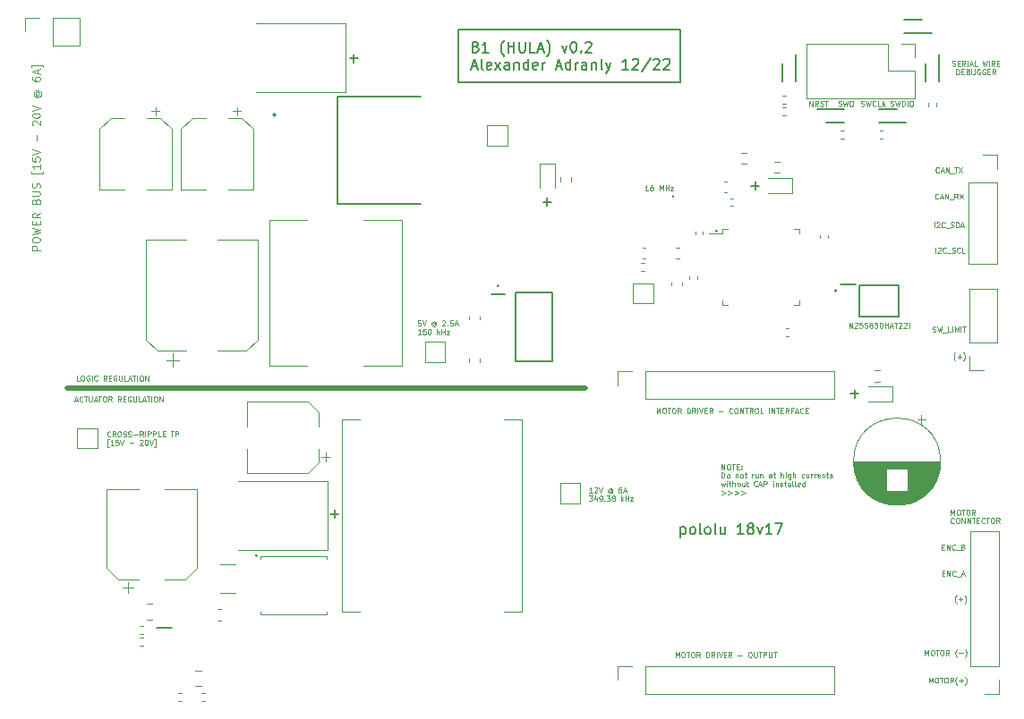
<source format=gbr>
%TF.GenerationSoftware,KiCad,Pcbnew,(6.0.8)*%
%TF.CreationDate,2022-12-06T23:52:26-08:00*%
%TF.ProjectId,motor_controller,6d6f746f-725f-4636-9f6e-74726f6c6c65,B1 (HULA) v0.2*%
%TF.SameCoordinates,Original*%
%TF.FileFunction,Legend,Top*%
%TF.FilePolarity,Positive*%
%FSLAX46Y46*%
G04 Gerber Fmt 4.6, Leading zero omitted, Abs format (unit mm)*
G04 Created by KiCad (PCBNEW (6.0.8)) date 2022-12-06 23:52:26*
%MOMM*%
%LPD*%
G01*
G04 APERTURE LIST*
%ADD10C,0.150000*%
%ADD11C,0.500000*%
%ADD12C,0.125000*%
%ADD13C,0.200000*%
%ADD14C,0.120000*%
G04 APERTURE END LIST*
D10*
X143470711Y-74050000D02*
G75*
G03*
X143470711Y-74050000I-70711J0D01*
G01*
X119000000Y-55000000D02*
X140000000Y-55000000D01*
X140000000Y-55000000D02*
X140000000Y-60000000D01*
X140000000Y-60000000D02*
X119000000Y-60000000D01*
X119000000Y-60000000D02*
X119000000Y-55000000D01*
X99970711Y-104800000D02*
G75*
G03*
X99970711Y-104800000I-70711J0D01*
G01*
X122820711Y-79250000D02*
G75*
G03*
X122820711Y-79250000I-70711J0D01*
G01*
D11*
X82000000Y-88900000D02*
X131000000Y-88900000D01*
D10*
X154770711Y-79700000D02*
G75*
G03*
X154770711Y-79700000I-70711J0D01*
G01*
D12*
X164740476Y-103964285D02*
X164907142Y-103964285D01*
X164978571Y-104226190D02*
X164740476Y-104226190D01*
X164740476Y-103726190D01*
X164978571Y-103726190D01*
X165192857Y-104226190D02*
X165192857Y-103726190D01*
X165478571Y-104226190D01*
X165478571Y-103726190D01*
X166002380Y-104178571D02*
X165978571Y-104202380D01*
X165907142Y-104226190D01*
X165859523Y-104226190D01*
X165788095Y-104202380D01*
X165740476Y-104154761D01*
X165716666Y-104107142D01*
X165692857Y-104011904D01*
X165692857Y-103940476D01*
X165716666Y-103845238D01*
X165740476Y-103797619D01*
X165788095Y-103750000D01*
X165859523Y-103726190D01*
X165907142Y-103726190D01*
X165978571Y-103750000D01*
X166002380Y-103773809D01*
X166097619Y-104273809D02*
X166478571Y-104273809D01*
X166764285Y-103964285D02*
X166835714Y-103988095D01*
X166859523Y-104011904D01*
X166883333Y-104059523D01*
X166883333Y-104130952D01*
X166859523Y-104178571D01*
X166835714Y-104202380D01*
X166788095Y-104226190D01*
X166597619Y-104226190D01*
X166597619Y-103726190D01*
X166764285Y-103726190D01*
X166811904Y-103750000D01*
X166835714Y-103773809D01*
X166859523Y-103821428D01*
X166859523Y-103869047D01*
X166835714Y-103916666D01*
X166811904Y-103940476D01*
X166764285Y-103964285D01*
X166597619Y-103964285D01*
X164019047Y-73726190D02*
X164019047Y-73226190D01*
X164233333Y-73273809D02*
X164257142Y-73250000D01*
X164304761Y-73226190D01*
X164423809Y-73226190D01*
X164471428Y-73250000D01*
X164495238Y-73273809D01*
X164519047Y-73321428D01*
X164519047Y-73369047D01*
X164495238Y-73440476D01*
X164209523Y-73726190D01*
X164519047Y-73726190D01*
X165019047Y-73678571D02*
X164995238Y-73702380D01*
X164923809Y-73726190D01*
X164876190Y-73726190D01*
X164804761Y-73702380D01*
X164757142Y-73654761D01*
X164733333Y-73607142D01*
X164709523Y-73511904D01*
X164709523Y-73440476D01*
X164733333Y-73345238D01*
X164757142Y-73297619D01*
X164804761Y-73250000D01*
X164876190Y-73226190D01*
X164923809Y-73226190D01*
X164995238Y-73250000D01*
X165019047Y-73273809D01*
X165114285Y-73773809D02*
X165495238Y-73773809D01*
X165590476Y-73702380D02*
X165661904Y-73726190D01*
X165780952Y-73726190D01*
X165828571Y-73702380D01*
X165852380Y-73678571D01*
X165876190Y-73630952D01*
X165876190Y-73583333D01*
X165852380Y-73535714D01*
X165828571Y-73511904D01*
X165780952Y-73488095D01*
X165685714Y-73464285D01*
X165638095Y-73440476D01*
X165614285Y-73416666D01*
X165590476Y-73369047D01*
X165590476Y-73321428D01*
X165614285Y-73273809D01*
X165638095Y-73250000D01*
X165685714Y-73226190D01*
X165804761Y-73226190D01*
X165876190Y-73250000D01*
X166090476Y-73726190D02*
X166090476Y-73226190D01*
X166209523Y-73226190D01*
X166280952Y-73250000D01*
X166328571Y-73297619D01*
X166352380Y-73345238D01*
X166376190Y-73440476D01*
X166376190Y-73511904D01*
X166352380Y-73607142D01*
X166328571Y-73654761D01*
X166280952Y-73702380D01*
X166209523Y-73726190D01*
X166090476Y-73726190D01*
X166566666Y-73583333D02*
X166804761Y-73583333D01*
X166519047Y-73726190D02*
X166685714Y-73226190D01*
X166852380Y-73726190D01*
X143900297Y-96618690D02*
X143900297Y-96118690D01*
X144186011Y-96618690D01*
X144186011Y-96118690D01*
X144519345Y-96118690D02*
X144614583Y-96118690D01*
X144662202Y-96142500D01*
X144709821Y-96190119D01*
X144733630Y-96285357D01*
X144733630Y-96452023D01*
X144709821Y-96547261D01*
X144662202Y-96594880D01*
X144614583Y-96618690D01*
X144519345Y-96618690D01*
X144471726Y-96594880D01*
X144424107Y-96547261D01*
X144400297Y-96452023D01*
X144400297Y-96285357D01*
X144424107Y-96190119D01*
X144471726Y-96142500D01*
X144519345Y-96118690D01*
X144876488Y-96118690D02*
X145162202Y-96118690D01*
X145019345Y-96618690D02*
X145019345Y-96118690D01*
X145328869Y-96356785D02*
X145495535Y-96356785D01*
X145566964Y-96618690D02*
X145328869Y-96618690D01*
X145328869Y-96118690D01*
X145566964Y-96118690D01*
X145781250Y-96571071D02*
X145805059Y-96594880D01*
X145781250Y-96618690D01*
X145757440Y-96594880D01*
X145781250Y-96571071D01*
X145781250Y-96618690D01*
X145781250Y-96309166D02*
X145805059Y-96332976D01*
X145781250Y-96356785D01*
X145757440Y-96332976D01*
X145781250Y-96309166D01*
X145781250Y-96356785D01*
X143900297Y-97423690D02*
X143900297Y-96923690D01*
X144019345Y-96923690D01*
X144090773Y-96947500D01*
X144138392Y-96995119D01*
X144162202Y-97042738D01*
X144186011Y-97137976D01*
X144186011Y-97209404D01*
X144162202Y-97304642D01*
X144138392Y-97352261D01*
X144090773Y-97399880D01*
X144019345Y-97423690D01*
X143900297Y-97423690D01*
X144471726Y-97423690D02*
X144424107Y-97399880D01*
X144400297Y-97376071D01*
X144376488Y-97328452D01*
X144376488Y-97185595D01*
X144400297Y-97137976D01*
X144424107Y-97114166D01*
X144471726Y-97090357D01*
X144543154Y-97090357D01*
X144590773Y-97114166D01*
X144614583Y-97137976D01*
X144638392Y-97185595D01*
X144638392Y-97328452D01*
X144614583Y-97376071D01*
X144590773Y-97399880D01*
X144543154Y-97423690D01*
X144471726Y-97423690D01*
X145233630Y-97090357D02*
X145233630Y-97423690D01*
X145233630Y-97137976D02*
X145257440Y-97114166D01*
X145305059Y-97090357D01*
X145376488Y-97090357D01*
X145424107Y-97114166D01*
X145447916Y-97161785D01*
X145447916Y-97423690D01*
X145757440Y-97423690D02*
X145709821Y-97399880D01*
X145686011Y-97376071D01*
X145662202Y-97328452D01*
X145662202Y-97185595D01*
X145686011Y-97137976D01*
X145709821Y-97114166D01*
X145757440Y-97090357D01*
X145828869Y-97090357D01*
X145876488Y-97114166D01*
X145900297Y-97137976D01*
X145924107Y-97185595D01*
X145924107Y-97328452D01*
X145900297Y-97376071D01*
X145876488Y-97399880D01*
X145828869Y-97423690D01*
X145757440Y-97423690D01*
X146066964Y-97090357D02*
X146257440Y-97090357D01*
X146138392Y-96923690D02*
X146138392Y-97352261D01*
X146162202Y-97399880D01*
X146209821Y-97423690D01*
X146257440Y-97423690D01*
X146805059Y-97423690D02*
X146805059Y-97090357D01*
X146805059Y-97185595D02*
X146828869Y-97137976D01*
X146852678Y-97114166D01*
X146900297Y-97090357D01*
X146947916Y-97090357D01*
X147328869Y-97090357D02*
X147328869Y-97423690D01*
X147114583Y-97090357D02*
X147114583Y-97352261D01*
X147138392Y-97399880D01*
X147186011Y-97423690D01*
X147257440Y-97423690D01*
X147305059Y-97399880D01*
X147328869Y-97376071D01*
X147566964Y-97090357D02*
X147566964Y-97423690D01*
X147566964Y-97137976D02*
X147590773Y-97114166D01*
X147638392Y-97090357D01*
X147709821Y-97090357D01*
X147757440Y-97114166D01*
X147781250Y-97161785D01*
X147781250Y-97423690D01*
X148614583Y-97423690D02*
X148614583Y-97161785D01*
X148590773Y-97114166D01*
X148543154Y-97090357D01*
X148447916Y-97090357D01*
X148400297Y-97114166D01*
X148614583Y-97399880D02*
X148566964Y-97423690D01*
X148447916Y-97423690D01*
X148400297Y-97399880D01*
X148376488Y-97352261D01*
X148376488Y-97304642D01*
X148400297Y-97257023D01*
X148447916Y-97233214D01*
X148566964Y-97233214D01*
X148614583Y-97209404D01*
X148781250Y-97090357D02*
X148971726Y-97090357D01*
X148852678Y-96923690D02*
X148852678Y-97352261D01*
X148876488Y-97399880D01*
X148924107Y-97423690D01*
X148971726Y-97423690D01*
X149519345Y-97423690D02*
X149519345Y-96923690D01*
X149733630Y-97423690D02*
X149733630Y-97161785D01*
X149709821Y-97114166D01*
X149662202Y-97090357D01*
X149590773Y-97090357D01*
X149543154Y-97114166D01*
X149519345Y-97137976D01*
X149971726Y-97423690D02*
X149971726Y-97090357D01*
X149971726Y-96923690D02*
X149947916Y-96947500D01*
X149971726Y-96971309D01*
X149995535Y-96947500D01*
X149971726Y-96923690D01*
X149971726Y-96971309D01*
X150424107Y-97090357D02*
X150424107Y-97495119D01*
X150400297Y-97542738D01*
X150376488Y-97566547D01*
X150328869Y-97590357D01*
X150257440Y-97590357D01*
X150209821Y-97566547D01*
X150424107Y-97399880D02*
X150376488Y-97423690D01*
X150281250Y-97423690D01*
X150233630Y-97399880D01*
X150209821Y-97376071D01*
X150186011Y-97328452D01*
X150186011Y-97185595D01*
X150209821Y-97137976D01*
X150233630Y-97114166D01*
X150281250Y-97090357D01*
X150376488Y-97090357D01*
X150424107Y-97114166D01*
X150662202Y-97423690D02*
X150662202Y-96923690D01*
X150876488Y-97423690D02*
X150876488Y-97161785D01*
X150852678Y-97114166D01*
X150805059Y-97090357D01*
X150733630Y-97090357D01*
X150686011Y-97114166D01*
X150662202Y-97137976D01*
X151709821Y-97399880D02*
X151662202Y-97423690D01*
X151566964Y-97423690D01*
X151519345Y-97399880D01*
X151495535Y-97376071D01*
X151471726Y-97328452D01*
X151471726Y-97185595D01*
X151495535Y-97137976D01*
X151519345Y-97114166D01*
X151566964Y-97090357D01*
X151662202Y-97090357D01*
X151709821Y-97114166D01*
X152138392Y-97090357D02*
X152138392Y-97423690D01*
X151924107Y-97090357D02*
X151924107Y-97352261D01*
X151947916Y-97399880D01*
X151995535Y-97423690D01*
X152066964Y-97423690D01*
X152114583Y-97399880D01*
X152138392Y-97376071D01*
X152376488Y-97423690D02*
X152376488Y-97090357D01*
X152376488Y-97185595D02*
X152400297Y-97137976D01*
X152424107Y-97114166D01*
X152471726Y-97090357D01*
X152519345Y-97090357D01*
X152686011Y-97423690D02*
X152686011Y-97090357D01*
X152686011Y-97185595D02*
X152709821Y-97137976D01*
X152733630Y-97114166D01*
X152781250Y-97090357D01*
X152828869Y-97090357D01*
X153186011Y-97399880D02*
X153138392Y-97423690D01*
X153043154Y-97423690D01*
X152995535Y-97399880D01*
X152971726Y-97352261D01*
X152971726Y-97161785D01*
X152995535Y-97114166D01*
X153043154Y-97090357D01*
X153138392Y-97090357D01*
X153186011Y-97114166D01*
X153209821Y-97161785D01*
X153209821Y-97209404D01*
X152971726Y-97257023D01*
X153424107Y-97090357D02*
X153424107Y-97423690D01*
X153424107Y-97137976D02*
X153447916Y-97114166D01*
X153495535Y-97090357D01*
X153566964Y-97090357D01*
X153614583Y-97114166D01*
X153638392Y-97161785D01*
X153638392Y-97423690D01*
X153805059Y-97090357D02*
X153995535Y-97090357D01*
X153876488Y-96923690D02*
X153876488Y-97352261D01*
X153900297Y-97399880D01*
X153947916Y-97423690D01*
X153995535Y-97423690D01*
X154138392Y-97399880D02*
X154186011Y-97423690D01*
X154281250Y-97423690D01*
X154328869Y-97399880D01*
X154352678Y-97352261D01*
X154352678Y-97328452D01*
X154328869Y-97280833D01*
X154281250Y-97257023D01*
X154209821Y-97257023D01*
X154162202Y-97233214D01*
X154138392Y-97185595D01*
X154138392Y-97161785D01*
X154162202Y-97114166D01*
X154209821Y-97090357D01*
X154281250Y-97090357D01*
X154328869Y-97114166D01*
X143852678Y-97895357D02*
X143947916Y-98228690D01*
X144043154Y-97990595D01*
X144138392Y-98228690D01*
X144233630Y-97895357D01*
X144424107Y-98228690D02*
X144424107Y-97895357D01*
X144424107Y-97728690D02*
X144400297Y-97752500D01*
X144424107Y-97776309D01*
X144447916Y-97752500D01*
X144424107Y-97728690D01*
X144424107Y-97776309D01*
X144590773Y-97895357D02*
X144781250Y-97895357D01*
X144662202Y-97728690D02*
X144662202Y-98157261D01*
X144686011Y-98204880D01*
X144733630Y-98228690D01*
X144781250Y-98228690D01*
X144947916Y-98228690D02*
X144947916Y-97728690D01*
X145162202Y-98228690D02*
X145162202Y-97966785D01*
X145138392Y-97919166D01*
X145090773Y-97895357D01*
X145019345Y-97895357D01*
X144971726Y-97919166D01*
X144947916Y-97942976D01*
X145471726Y-98228690D02*
X145424107Y-98204880D01*
X145400297Y-98181071D01*
X145376488Y-98133452D01*
X145376488Y-97990595D01*
X145400297Y-97942976D01*
X145424107Y-97919166D01*
X145471726Y-97895357D01*
X145543154Y-97895357D01*
X145590773Y-97919166D01*
X145614583Y-97942976D01*
X145638392Y-97990595D01*
X145638392Y-98133452D01*
X145614583Y-98181071D01*
X145590773Y-98204880D01*
X145543154Y-98228690D01*
X145471726Y-98228690D01*
X146066964Y-97895357D02*
X146066964Y-98228690D01*
X145852678Y-97895357D02*
X145852678Y-98157261D01*
X145876488Y-98204880D01*
X145924107Y-98228690D01*
X145995535Y-98228690D01*
X146043154Y-98204880D01*
X146066964Y-98181071D01*
X146233630Y-97895357D02*
X146424107Y-97895357D01*
X146305059Y-97728690D02*
X146305059Y-98157261D01*
X146328869Y-98204880D01*
X146376488Y-98228690D01*
X146424107Y-98228690D01*
X147257440Y-98181071D02*
X147233630Y-98204880D01*
X147162202Y-98228690D01*
X147114583Y-98228690D01*
X147043154Y-98204880D01*
X146995535Y-98157261D01*
X146971726Y-98109642D01*
X146947916Y-98014404D01*
X146947916Y-97942976D01*
X146971726Y-97847738D01*
X146995535Y-97800119D01*
X147043154Y-97752500D01*
X147114583Y-97728690D01*
X147162202Y-97728690D01*
X147233630Y-97752500D01*
X147257440Y-97776309D01*
X147447916Y-98085833D02*
X147686011Y-98085833D01*
X147400297Y-98228690D02*
X147566964Y-97728690D01*
X147733630Y-98228690D01*
X147900297Y-98228690D02*
X147900297Y-97728690D01*
X148090773Y-97728690D01*
X148138392Y-97752500D01*
X148162202Y-97776309D01*
X148186011Y-97823928D01*
X148186011Y-97895357D01*
X148162202Y-97942976D01*
X148138392Y-97966785D01*
X148090773Y-97990595D01*
X147900297Y-97990595D01*
X148781250Y-98228690D02*
X148781250Y-97895357D01*
X148781250Y-97728690D02*
X148757440Y-97752500D01*
X148781250Y-97776309D01*
X148805059Y-97752500D01*
X148781250Y-97728690D01*
X148781250Y-97776309D01*
X149019345Y-97895357D02*
X149019345Y-98228690D01*
X149019345Y-97942976D02*
X149043154Y-97919166D01*
X149090773Y-97895357D01*
X149162202Y-97895357D01*
X149209821Y-97919166D01*
X149233630Y-97966785D01*
X149233630Y-98228690D01*
X149447916Y-98204880D02*
X149495535Y-98228690D01*
X149590773Y-98228690D01*
X149638392Y-98204880D01*
X149662202Y-98157261D01*
X149662202Y-98133452D01*
X149638392Y-98085833D01*
X149590773Y-98062023D01*
X149519345Y-98062023D01*
X149471726Y-98038214D01*
X149447916Y-97990595D01*
X149447916Y-97966785D01*
X149471726Y-97919166D01*
X149519345Y-97895357D01*
X149590773Y-97895357D01*
X149638392Y-97919166D01*
X149805059Y-97895357D02*
X149995535Y-97895357D01*
X149876488Y-97728690D02*
X149876488Y-98157261D01*
X149900297Y-98204880D01*
X149947916Y-98228690D01*
X149995535Y-98228690D01*
X150376488Y-98228690D02*
X150376488Y-97966785D01*
X150352678Y-97919166D01*
X150305059Y-97895357D01*
X150209821Y-97895357D01*
X150162202Y-97919166D01*
X150376488Y-98204880D02*
X150328869Y-98228690D01*
X150209821Y-98228690D01*
X150162202Y-98204880D01*
X150138392Y-98157261D01*
X150138392Y-98109642D01*
X150162202Y-98062023D01*
X150209821Y-98038214D01*
X150328869Y-98038214D01*
X150376488Y-98014404D01*
X150686011Y-98228690D02*
X150638392Y-98204880D01*
X150614583Y-98157261D01*
X150614583Y-97728690D01*
X150947916Y-98228690D02*
X150900297Y-98204880D01*
X150876488Y-98157261D01*
X150876488Y-97728690D01*
X151328869Y-98204880D02*
X151281250Y-98228690D01*
X151186011Y-98228690D01*
X151138392Y-98204880D01*
X151114583Y-98157261D01*
X151114583Y-97966785D01*
X151138392Y-97919166D01*
X151186011Y-97895357D01*
X151281250Y-97895357D01*
X151328869Y-97919166D01*
X151352678Y-97966785D01*
X151352678Y-98014404D01*
X151114583Y-98062023D01*
X151781250Y-98228690D02*
X151781250Y-97728690D01*
X151781250Y-98204880D02*
X151733630Y-98228690D01*
X151638392Y-98228690D01*
X151590773Y-98204880D01*
X151566964Y-98181071D01*
X151543154Y-98133452D01*
X151543154Y-97990595D01*
X151566964Y-97942976D01*
X151590773Y-97919166D01*
X151638392Y-97895357D01*
X151733630Y-97895357D01*
X151781250Y-97919166D01*
X143900297Y-98700357D02*
X144281250Y-98843214D01*
X143900297Y-98986071D01*
X144519345Y-98700357D02*
X144900297Y-98843214D01*
X144519345Y-98986071D01*
X145138392Y-98700357D02*
X145519345Y-98843214D01*
X145138392Y-98986071D01*
X145757440Y-98700357D02*
X146138392Y-98843214D01*
X145757440Y-98986071D01*
X131662202Y-98823690D02*
X131376488Y-98823690D01*
X131519345Y-98823690D02*
X131519345Y-98323690D01*
X131471726Y-98395119D01*
X131424107Y-98442738D01*
X131376488Y-98466547D01*
X131852678Y-98371309D02*
X131876488Y-98347500D01*
X131924107Y-98323690D01*
X132043154Y-98323690D01*
X132090773Y-98347500D01*
X132114583Y-98371309D01*
X132138392Y-98418928D01*
X132138392Y-98466547D01*
X132114583Y-98537976D01*
X131828869Y-98823690D01*
X132138392Y-98823690D01*
X132281250Y-98323690D02*
X132447916Y-98823690D01*
X132614583Y-98323690D01*
X133471726Y-98585595D02*
X133447916Y-98561785D01*
X133400297Y-98537976D01*
X133352678Y-98537976D01*
X133305059Y-98561785D01*
X133281250Y-98585595D01*
X133257440Y-98633214D01*
X133257440Y-98680833D01*
X133281250Y-98728452D01*
X133305059Y-98752261D01*
X133352678Y-98776071D01*
X133400297Y-98776071D01*
X133447916Y-98752261D01*
X133471726Y-98728452D01*
X133471726Y-98537976D02*
X133471726Y-98728452D01*
X133495535Y-98752261D01*
X133519345Y-98752261D01*
X133566964Y-98728452D01*
X133590773Y-98680833D01*
X133590773Y-98561785D01*
X133543154Y-98490357D01*
X133471726Y-98442738D01*
X133376488Y-98418928D01*
X133281250Y-98442738D01*
X133209821Y-98490357D01*
X133162202Y-98561785D01*
X133138392Y-98657023D01*
X133162202Y-98752261D01*
X133209821Y-98823690D01*
X133281250Y-98871309D01*
X133376488Y-98895119D01*
X133471726Y-98871309D01*
X133543154Y-98823690D01*
X134400297Y-98323690D02*
X134305059Y-98323690D01*
X134257440Y-98347500D01*
X134233630Y-98371309D01*
X134186011Y-98442738D01*
X134162202Y-98537976D01*
X134162202Y-98728452D01*
X134186011Y-98776071D01*
X134209821Y-98799880D01*
X134257440Y-98823690D01*
X134352678Y-98823690D01*
X134400297Y-98799880D01*
X134424107Y-98776071D01*
X134447916Y-98728452D01*
X134447916Y-98609404D01*
X134424107Y-98561785D01*
X134400297Y-98537976D01*
X134352678Y-98514166D01*
X134257440Y-98514166D01*
X134209821Y-98537976D01*
X134186011Y-98561785D01*
X134162202Y-98609404D01*
X134638392Y-98680833D02*
X134876488Y-98680833D01*
X134590773Y-98823690D02*
X134757440Y-98323690D01*
X134924107Y-98823690D01*
X131352678Y-99128690D02*
X131662202Y-99128690D01*
X131495535Y-99319166D01*
X131566964Y-99319166D01*
X131614583Y-99342976D01*
X131638392Y-99366785D01*
X131662202Y-99414404D01*
X131662202Y-99533452D01*
X131638392Y-99581071D01*
X131614583Y-99604880D01*
X131566964Y-99628690D01*
X131424107Y-99628690D01*
X131376488Y-99604880D01*
X131352678Y-99581071D01*
X132090773Y-99295357D02*
X132090773Y-99628690D01*
X131971726Y-99104880D02*
X131852678Y-99462023D01*
X132162202Y-99462023D01*
X132376488Y-99628690D02*
X132471726Y-99628690D01*
X132519345Y-99604880D01*
X132543154Y-99581071D01*
X132590773Y-99509642D01*
X132614583Y-99414404D01*
X132614583Y-99223928D01*
X132590773Y-99176309D01*
X132566964Y-99152500D01*
X132519345Y-99128690D01*
X132424107Y-99128690D01*
X132376488Y-99152500D01*
X132352678Y-99176309D01*
X132328869Y-99223928D01*
X132328869Y-99342976D01*
X132352678Y-99390595D01*
X132376488Y-99414404D01*
X132424107Y-99438214D01*
X132519345Y-99438214D01*
X132566964Y-99414404D01*
X132590773Y-99390595D01*
X132614583Y-99342976D01*
X132828869Y-99581071D02*
X132852678Y-99604880D01*
X132828869Y-99628690D01*
X132805059Y-99604880D01*
X132828869Y-99581071D01*
X132828869Y-99628690D01*
X133019345Y-99128690D02*
X133328869Y-99128690D01*
X133162202Y-99319166D01*
X133233630Y-99319166D01*
X133281250Y-99342976D01*
X133305059Y-99366785D01*
X133328869Y-99414404D01*
X133328869Y-99533452D01*
X133305059Y-99581071D01*
X133281250Y-99604880D01*
X133233630Y-99628690D01*
X133090773Y-99628690D01*
X133043154Y-99604880D01*
X133019345Y-99581071D01*
X133614583Y-99342976D02*
X133566964Y-99319166D01*
X133543154Y-99295357D01*
X133519345Y-99247738D01*
X133519345Y-99223928D01*
X133543154Y-99176309D01*
X133566964Y-99152500D01*
X133614583Y-99128690D01*
X133709821Y-99128690D01*
X133757440Y-99152500D01*
X133781250Y-99176309D01*
X133805059Y-99223928D01*
X133805059Y-99247738D01*
X133781250Y-99295357D01*
X133757440Y-99319166D01*
X133709821Y-99342976D01*
X133614583Y-99342976D01*
X133566964Y-99366785D01*
X133543154Y-99390595D01*
X133519345Y-99438214D01*
X133519345Y-99533452D01*
X133543154Y-99581071D01*
X133566964Y-99604880D01*
X133614583Y-99628690D01*
X133709821Y-99628690D01*
X133757440Y-99604880D01*
X133781250Y-99581071D01*
X133805059Y-99533452D01*
X133805059Y-99438214D01*
X133781250Y-99390595D01*
X133757440Y-99366785D01*
X133709821Y-99342976D01*
X134400297Y-99628690D02*
X134400297Y-99128690D01*
X134447916Y-99438214D02*
X134590773Y-99628690D01*
X134590773Y-99295357D02*
X134400297Y-99485833D01*
X134805059Y-99628690D02*
X134805059Y-99128690D01*
X134805059Y-99366785D02*
X135090773Y-99366785D01*
X135090773Y-99628690D02*
X135090773Y-99128690D01*
X135281250Y-99295357D02*
X135543154Y-99295357D01*
X135281250Y-99628690D01*
X135543154Y-99628690D01*
X164130952Y-76126190D02*
X164130952Y-75626190D01*
X164345238Y-75673809D02*
X164369047Y-75650000D01*
X164416666Y-75626190D01*
X164535714Y-75626190D01*
X164583333Y-75650000D01*
X164607142Y-75673809D01*
X164630952Y-75721428D01*
X164630952Y-75769047D01*
X164607142Y-75840476D01*
X164321428Y-76126190D01*
X164630952Y-76126190D01*
X165130952Y-76078571D02*
X165107142Y-76102380D01*
X165035714Y-76126190D01*
X164988095Y-76126190D01*
X164916666Y-76102380D01*
X164869047Y-76054761D01*
X164845238Y-76007142D01*
X164821428Y-75911904D01*
X164821428Y-75840476D01*
X164845238Y-75745238D01*
X164869047Y-75697619D01*
X164916666Y-75650000D01*
X164988095Y-75626190D01*
X165035714Y-75626190D01*
X165107142Y-75650000D01*
X165130952Y-75673809D01*
X165226190Y-76173809D02*
X165607142Y-76173809D01*
X165702380Y-76102380D02*
X165773809Y-76126190D01*
X165892857Y-76126190D01*
X165940476Y-76102380D01*
X165964285Y-76078571D01*
X165988095Y-76030952D01*
X165988095Y-75983333D01*
X165964285Y-75935714D01*
X165940476Y-75911904D01*
X165892857Y-75888095D01*
X165797619Y-75864285D01*
X165750000Y-75840476D01*
X165726190Y-75816666D01*
X165702380Y-75769047D01*
X165702380Y-75721428D01*
X165726190Y-75673809D01*
X165750000Y-75650000D01*
X165797619Y-75626190D01*
X165916666Y-75626190D01*
X165988095Y-75650000D01*
X166488095Y-76078571D02*
X166464285Y-76102380D01*
X166392857Y-76126190D01*
X166345238Y-76126190D01*
X166273809Y-76102380D01*
X166226190Y-76054761D01*
X166202380Y-76007142D01*
X166178571Y-75911904D01*
X166178571Y-75840476D01*
X166202380Y-75745238D01*
X166226190Y-75697619D01*
X166273809Y-75650000D01*
X166345238Y-75626190D01*
X166392857Y-75626190D01*
X166464285Y-75650000D01*
X166488095Y-75673809D01*
X166940476Y-76126190D02*
X166702380Y-76126190D01*
X166702380Y-75626190D01*
D10*
X127019047Y-71321428D02*
X127780952Y-71321428D01*
X127400000Y-71702380D02*
X127400000Y-70940476D01*
X108719047Y-57721428D02*
X109480952Y-57721428D01*
X109100000Y-58102380D02*
X109100000Y-57340476D01*
X106919047Y-100871428D02*
X107680952Y-100871428D01*
X107300000Y-101252380D02*
X107300000Y-100490476D01*
D12*
X164459523Y-68478571D02*
X164435714Y-68502380D01*
X164364285Y-68526190D01*
X164316666Y-68526190D01*
X164245238Y-68502380D01*
X164197619Y-68454761D01*
X164173809Y-68407142D01*
X164150000Y-68311904D01*
X164150000Y-68240476D01*
X164173809Y-68145238D01*
X164197619Y-68097619D01*
X164245238Y-68050000D01*
X164316666Y-68026190D01*
X164364285Y-68026190D01*
X164435714Y-68050000D01*
X164459523Y-68073809D01*
X164650000Y-68383333D02*
X164888095Y-68383333D01*
X164602380Y-68526190D02*
X164769047Y-68026190D01*
X164935714Y-68526190D01*
X165102380Y-68526190D02*
X165102380Y-68026190D01*
X165388095Y-68526190D01*
X165388095Y-68026190D01*
X165507142Y-68573809D02*
X165888095Y-68573809D01*
X165935714Y-68026190D02*
X166221428Y-68026190D01*
X166078571Y-68526190D02*
X166078571Y-68026190D01*
X166340476Y-68026190D02*
X166673809Y-68526190D01*
X166673809Y-68026190D02*
X166340476Y-68526190D01*
X166019047Y-86316666D02*
X165995238Y-86292857D01*
X165947619Y-86221428D01*
X165923809Y-86173809D01*
X165900000Y-86102380D01*
X165876190Y-85983333D01*
X165876190Y-85888095D01*
X165900000Y-85769047D01*
X165923809Y-85697619D01*
X165947619Y-85650000D01*
X165995238Y-85578571D01*
X166019047Y-85554761D01*
X166209523Y-85935714D02*
X166590476Y-85935714D01*
X166400000Y-86126190D02*
X166400000Y-85745238D01*
X166780952Y-86316666D02*
X166804761Y-86292857D01*
X166852380Y-86221428D01*
X166876190Y-86173809D01*
X166900000Y-86102380D01*
X166923809Y-85983333D01*
X166923809Y-85888095D01*
X166900000Y-85769047D01*
X166876190Y-85697619D01*
X166852380Y-85650000D01*
X166804761Y-85578571D01*
X166780952Y-85554761D01*
X164776190Y-106464285D02*
X164942857Y-106464285D01*
X165014285Y-106726190D02*
X164776190Y-106726190D01*
X164776190Y-106226190D01*
X165014285Y-106226190D01*
X165228571Y-106726190D02*
X165228571Y-106226190D01*
X165514285Y-106726190D01*
X165514285Y-106226190D01*
X166038095Y-106678571D02*
X166014285Y-106702380D01*
X165942857Y-106726190D01*
X165895238Y-106726190D01*
X165823809Y-106702380D01*
X165776190Y-106654761D01*
X165752380Y-106607142D01*
X165728571Y-106511904D01*
X165728571Y-106440476D01*
X165752380Y-106345238D01*
X165776190Y-106297619D01*
X165823809Y-106250000D01*
X165895238Y-106226190D01*
X165942857Y-106226190D01*
X166014285Y-106250000D01*
X166038095Y-106273809D01*
X166133333Y-106773809D02*
X166514285Y-106773809D01*
X166609523Y-106583333D02*
X166847619Y-106583333D01*
X166561904Y-106726190D02*
X166728571Y-106226190D01*
X166895238Y-106726190D01*
X152228571Y-62226190D02*
X152228571Y-61726190D01*
X152514285Y-62226190D01*
X152514285Y-61726190D01*
X153038095Y-62226190D02*
X152871428Y-61988095D01*
X152752380Y-62226190D02*
X152752380Y-61726190D01*
X152942857Y-61726190D01*
X152990476Y-61750000D01*
X153014285Y-61773809D01*
X153038095Y-61821428D01*
X153038095Y-61892857D01*
X153014285Y-61940476D01*
X152990476Y-61964285D01*
X152942857Y-61988095D01*
X152752380Y-61988095D01*
X153228571Y-62202380D02*
X153300000Y-62226190D01*
X153419047Y-62226190D01*
X153466666Y-62202380D01*
X153490476Y-62178571D01*
X153514285Y-62130952D01*
X153514285Y-62083333D01*
X153490476Y-62035714D01*
X153466666Y-62011904D01*
X153419047Y-61988095D01*
X153323809Y-61964285D01*
X153276190Y-61940476D01*
X153252380Y-61916666D01*
X153228571Y-61869047D01*
X153228571Y-61821428D01*
X153252380Y-61773809D01*
X153276190Y-61750000D01*
X153323809Y-61726190D01*
X153442857Y-61726190D01*
X153514285Y-61750000D01*
X153657142Y-61726190D02*
X153942857Y-61726190D01*
X153800000Y-62226190D02*
X153800000Y-61726190D01*
X163864285Y-83602380D02*
X163935714Y-83626190D01*
X164054761Y-83626190D01*
X164102380Y-83602380D01*
X164126190Y-83578571D01*
X164150000Y-83530952D01*
X164150000Y-83483333D01*
X164126190Y-83435714D01*
X164102380Y-83411904D01*
X164054761Y-83388095D01*
X163959523Y-83364285D01*
X163911904Y-83340476D01*
X163888095Y-83316666D01*
X163864285Y-83269047D01*
X163864285Y-83221428D01*
X163888095Y-83173809D01*
X163911904Y-83150000D01*
X163959523Y-83126190D01*
X164078571Y-83126190D01*
X164150000Y-83150000D01*
X164316666Y-83126190D02*
X164435714Y-83626190D01*
X164530952Y-83269047D01*
X164626190Y-83626190D01*
X164745238Y-83126190D01*
X164816666Y-83673809D02*
X165197619Y-83673809D01*
X165554761Y-83626190D02*
X165316666Y-83626190D01*
X165316666Y-83126190D01*
X165721428Y-83626190D02*
X165721428Y-83126190D01*
X165959523Y-83626190D02*
X165959523Y-83126190D01*
X166126190Y-83483333D01*
X166292857Y-83126190D01*
X166292857Y-83626190D01*
X166530952Y-83626190D02*
X166530952Y-83126190D01*
X166697619Y-83126190D02*
X166983333Y-83126190D01*
X166840476Y-83626190D02*
X166840476Y-83126190D01*
D10*
X156119047Y-89471428D02*
X156880952Y-89471428D01*
X156500000Y-89852380D02*
X156500000Y-89090476D01*
D12*
X163526190Y-116826190D02*
X163526190Y-116326190D01*
X163692857Y-116683333D01*
X163859523Y-116326190D01*
X163859523Y-116826190D01*
X164192857Y-116326190D02*
X164288095Y-116326190D01*
X164335714Y-116350000D01*
X164383333Y-116397619D01*
X164407142Y-116492857D01*
X164407142Y-116659523D01*
X164383333Y-116754761D01*
X164335714Y-116802380D01*
X164288095Y-116826190D01*
X164192857Y-116826190D01*
X164145238Y-116802380D01*
X164097619Y-116754761D01*
X164073809Y-116659523D01*
X164073809Y-116492857D01*
X164097619Y-116397619D01*
X164145238Y-116350000D01*
X164192857Y-116326190D01*
X164550000Y-116326190D02*
X164835714Y-116326190D01*
X164692857Y-116826190D02*
X164692857Y-116326190D01*
X165097619Y-116326190D02*
X165192857Y-116326190D01*
X165240476Y-116350000D01*
X165288095Y-116397619D01*
X165311904Y-116492857D01*
X165311904Y-116659523D01*
X165288095Y-116754761D01*
X165240476Y-116802380D01*
X165192857Y-116826190D01*
X165097619Y-116826190D01*
X165050000Y-116802380D01*
X165002380Y-116754761D01*
X164978571Y-116659523D01*
X164978571Y-116492857D01*
X165002380Y-116397619D01*
X165050000Y-116350000D01*
X165097619Y-116326190D01*
X165811904Y-116826190D02*
X165645238Y-116588095D01*
X165526190Y-116826190D02*
X165526190Y-116326190D01*
X165716666Y-116326190D01*
X165764285Y-116350000D01*
X165788095Y-116373809D01*
X165811904Y-116421428D01*
X165811904Y-116492857D01*
X165788095Y-116540476D01*
X165764285Y-116564285D01*
X165716666Y-116588095D01*
X165526190Y-116588095D01*
X166169047Y-117016666D02*
X166145238Y-116992857D01*
X166097619Y-116921428D01*
X166073809Y-116873809D01*
X166050000Y-116802380D01*
X166026190Y-116683333D01*
X166026190Y-116588095D01*
X166050000Y-116469047D01*
X166073809Y-116397619D01*
X166097619Y-116350000D01*
X166145238Y-116278571D01*
X166169047Y-116254761D01*
X166359523Y-116635714D02*
X166740476Y-116635714D01*
X166550000Y-116826190D02*
X166550000Y-116445238D01*
X166930952Y-117016666D02*
X166954761Y-116992857D01*
X167002380Y-116921428D01*
X167026190Y-116873809D01*
X167050000Y-116802380D01*
X167073809Y-116683333D01*
X167073809Y-116588095D01*
X167050000Y-116469047D01*
X167026190Y-116397619D01*
X167002380Y-116350000D01*
X166954761Y-116278571D01*
X166930952Y-116254761D01*
X154959523Y-62202380D02*
X155030952Y-62226190D01*
X155150000Y-62226190D01*
X155197619Y-62202380D01*
X155221428Y-62178571D01*
X155245238Y-62130952D01*
X155245238Y-62083333D01*
X155221428Y-62035714D01*
X155197619Y-62011904D01*
X155150000Y-61988095D01*
X155054761Y-61964285D01*
X155007142Y-61940476D01*
X154983333Y-61916666D01*
X154959523Y-61869047D01*
X154959523Y-61821428D01*
X154983333Y-61773809D01*
X155007142Y-61750000D01*
X155054761Y-61726190D01*
X155173809Y-61726190D01*
X155245238Y-61750000D01*
X155411904Y-61726190D02*
X155530952Y-62226190D01*
X155626190Y-61869047D01*
X155721428Y-62226190D01*
X155840476Y-61726190D01*
X156126190Y-61726190D02*
X156221428Y-61726190D01*
X156269047Y-61750000D01*
X156316666Y-61797619D01*
X156340476Y-61892857D01*
X156340476Y-62059523D01*
X156316666Y-62154761D01*
X156269047Y-62202380D01*
X156221428Y-62226190D01*
X156126190Y-62226190D01*
X156078571Y-62202380D01*
X156030952Y-62154761D01*
X156007142Y-62059523D01*
X156007142Y-61892857D01*
X156030952Y-61797619D01*
X156078571Y-61750000D01*
X156126190Y-61726190D01*
X157119047Y-62202380D02*
X157190476Y-62226190D01*
X157309523Y-62226190D01*
X157357142Y-62202380D01*
X157380952Y-62178571D01*
X157404761Y-62130952D01*
X157404761Y-62083333D01*
X157380952Y-62035714D01*
X157357142Y-62011904D01*
X157309523Y-61988095D01*
X157214285Y-61964285D01*
X157166666Y-61940476D01*
X157142857Y-61916666D01*
X157119047Y-61869047D01*
X157119047Y-61821428D01*
X157142857Y-61773809D01*
X157166666Y-61750000D01*
X157214285Y-61726190D01*
X157333333Y-61726190D01*
X157404761Y-61750000D01*
X157571428Y-61726190D02*
X157690476Y-62226190D01*
X157785714Y-61869047D01*
X157880952Y-62226190D01*
X158000000Y-61726190D01*
X158476190Y-62178571D02*
X158452380Y-62202380D01*
X158380952Y-62226190D01*
X158333333Y-62226190D01*
X158261904Y-62202380D01*
X158214285Y-62154761D01*
X158190476Y-62107142D01*
X158166666Y-62011904D01*
X158166666Y-61940476D01*
X158190476Y-61845238D01*
X158214285Y-61797619D01*
X158261904Y-61750000D01*
X158333333Y-61726190D01*
X158380952Y-61726190D01*
X158452380Y-61750000D01*
X158476190Y-61773809D01*
X158928571Y-62226190D02*
X158690476Y-62226190D01*
X158690476Y-61726190D01*
X159095238Y-62226190D02*
X159095238Y-61726190D01*
X159380952Y-62226190D02*
X159166666Y-61940476D01*
X159380952Y-61726190D02*
X159095238Y-62011904D01*
D10*
X120668928Y-56623571D02*
X120811785Y-56671190D01*
X120859404Y-56718809D01*
X120907023Y-56814047D01*
X120907023Y-56956904D01*
X120859404Y-57052142D01*
X120811785Y-57099761D01*
X120716547Y-57147380D01*
X120335595Y-57147380D01*
X120335595Y-56147380D01*
X120668928Y-56147380D01*
X120764166Y-56195000D01*
X120811785Y-56242619D01*
X120859404Y-56337857D01*
X120859404Y-56433095D01*
X120811785Y-56528333D01*
X120764166Y-56575952D01*
X120668928Y-56623571D01*
X120335595Y-56623571D01*
X121859404Y-57147380D02*
X121287976Y-57147380D01*
X121573690Y-57147380D02*
X121573690Y-56147380D01*
X121478452Y-56290238D01*
X121383214Y-56385476D01*
X121287976Y-56433095D01*
X123335595Y-57528333D02*
X123287976Y-57480714D01*
X123192738Y-57337857D01*
X123145119Y-57242619D01*
X123097500Y-57099761D01*
X123049880Y-56861666D01*
X123049880Y-56671190D01*
X123097500Y-56433095D01*
X123145119Y-56290238D01*
X123192738Y-56195000D01*
X123287976Y-56052142D01*
X123335595Y-56004523D01*
X123716547Y-57147380D02*
X123716547Y-56147380D01*
X123716547Y-56623571D02*
X124287976Y-56623571D01*
X124287976Y-57147380D02*
X124287976Y-56147380D01*
X124764166Y-56147380D02*
X124764166Y-56956904D01*
X124811785Y-57052142D01*
X124859404Y-57099761D01*
X124954642Y-57147380D01*
X125145119Y-57147380D01*
X125240357Y-57099761D01*
X125287976Y-57052142D01*
X125335595Y-56956904D01*
X125335595Y-56147380D01*
X126287976Y-57147380D02*
X125811785Y-57147380D01*
X125811785Y-56147380D01*
X126573690Y-56861666D02*
X127049880Y-56861666D01*
X126478452Y-57147380D02*
X126811785Y-56147380D01*
X127145119Y-57147380D01*
X127383214Y-57528333D02*
X127430833Y-57480714D01*
X127526071Y-57337857D01*
X127573690Y-57242619D01*
X127621309Y-57099761D01*
X127668928Y-56861666D01*
X127668928Y-56671190D01*
X127621309Y-56433095D01*
X127573690Y-56290238D01*
X127526071Y-56195000D01*
X127430833Y-56052142D01*
X127383214Y-56004523D01*
X128811785Y-56480714D02*
X129049880Y-57147380D01*
X129287976Y-56480714D01*
X129859404Y-56147380D02*
X129954642Y-56147380D01*
X130049880Y-56195000D01*
X130097500Y-56242619D01*
X130145119Y-56337857D01*
X130192738Y-56528333D01*
X130192738Y-56766428D01*
X130145119Y-56956904D01*
X130097500Y-57052142D01*
X130049880Y-57099761D01*
X129954642Y-57147380D01*
X129859404Y-57147380D01*
X129764166Y-57099761D01*
X129716547Y-57052142D01*
X129668928Y-56956904D01*
X129621309Y-56766428D01*
X129621309Y-56528333D01*
X129668928Y-56337857D01*
X129716547Y-56242619D01*
X129764166Y-56195000D01*
X129859404Y-56147380D01*
X130621309Y-57052142D02*
X130668928Y-57099761D01*
X130621309Y-57147380D01*
X130573690Y-57099761D01*
X130621309Y-57052142D01*
X130621309Y-57147380D01*
X131049880Y-56242619D02*
X131097500Y-56195000D01*
X131192738Y-56147380D01*
X131430833Y-56147380D01*
X131526071Y-56195000D01*
X131573690Y-56242619D01*
X131621309Y-56337857D01*
X131621309Y-56433095D01*
X131573690Y-56575952D01*
X131002261Y-57147380D01*
X131621309Y-57147380D01*
X120287976Y-58471666D02*
X120764166Y-58471666D01*
X120192738Y-58757380D02*
X120526071Y-57757380D01*
X120859404Y-58757380D01*
X121335595Y-58757380D02*
X121240357Y-58709761D01*
X121192738Y-58614523D01*
X121192738Y-57757380D01*
X122097500Y-58709761D02*
X122002261Y-58757380D01*
X121811785Y-58757380D01*
X121716547Y-58709761D01*
X121668928Y-58614523D01*
X121668928Y-58233571D01*
X121716547Y-58138333D01*
X121811785Y-58090714D01*
X122002261Y-58090714D01*
X122097500Y-58138333D01*
X122145119Y-58233571D01*
X122145119Y-58328809D01*
X121668928Y-58424047D01*
X122478452Y-58757380D02*
X123002261Y-58090714D01*
X122478452Y-58090714D02*
X123002261Y-58757380D01*
X123811785Y-58757380D02*
X123811785Y-58233571D01*
X123764166Y-58138333D01*
X123668928Y-58090714D01*
X123478452Y-58090714D01*
X123383214Y-58138333D01*
X123811785Y-58709761D02*
X123716547Y-58757380D01*
X123478452Y-58757380D01*
X123383214Y-58709761D01*
X123335595Y-58614523D01*
X123335595Y-58519285D01*
X123383214Y-58424047D01*
X123478452Y-58376428D01*
X123716547Y-58376428D01*
X123811785Y-58328809D01*
X124287976Y-58090714D02*
X124287976Y-58757380D01*
X124287976Y-58185952D02*
X124335595Y-58138333D01*
X124430833Y-58090714D01*
X124573690Y-58090714D01*
X124668928Y-58138333D01*
X124716547Y-58233571D01*
X124716547Y-58757380D01*
X125621309Y-58757380D02*
X125621309Y-57757380D01*
X125621309Y-58709761D02*
X125526071Y-58757380D01*
X125335595Y-58757380D01*
X125240357Y-58709761D01*
X125192738Y-58662142D01*
X125145119Y-58566904D01*
X125145119Y-58281190D01*
X125192738Y-58185952D01*
X125240357Y-58138333D01*
X125335595Y-58090714D01*
X125526071Y-58090714D01*
X125621309Y-58138333D01*
X126478452Y-58709761D02*
X126383214Y-58757380D01*
X126192738Y-58757380D01*
X126097500Y-58709761D01*
X126049880Y-58614523D01*
X126049880Y-58233571D01*
X126097500Y-58138333D01*
X126192738Y-58090714D01*
X126383214Y-58090714D01*
X126478452Y-58138333D01*
X126526071Y-58233571D01*
X126526071Y-58328809D01*
X126049880Y-58424047D01*
X126954642Y-58757380D02*
X126954642Y-58090714D01*
X126954642Y-58281190D02*
X127002261Y-58185952D01*
X127049880Y-58138333D01*
X127145119Y-58090714D01*
X127240357Y-58090714D01*
X128287976Y-58471666D02*
X128764166Y-58471666D01*
X128192738Y-58757380D02*
X128526071Y-57757380D01*
X128859404Y-58757380D01*
X129621309Y-58757380D02*
X129621309Y-57757380D01*
X129621309Y-58709761D02*
X129526071Y-58757380D01*
X129335595Y-58757380D01*
X129240357Y-58709761D01*
X129192738Y-58662142D01*
X129145119Y-58566904D01*
X129145119Y-58281190D01*
X129192738Y-58185952D01*
X129240357Y-58138333D01*
X129335595Y-58090714D01*
X129526071Y-58090714D01*
X129621309Y-58138333D01*
X130097500Y-58757380D02*
X130097500Y-58090714D01*
X130097500Y-58281190D02*
X130145119Y-58185952D01*
X130192738Y-58138333D01*
X130287976Y-58090714D01*
X130383214Y-58090714D01*
X131145119Y-58757380D02*
X131145119Y-58233571D01*
X131097500Y-58138333D01*
X131002261Y-58090714D01*
X130811785Y-58090714D01*
X130716547Y-58138333D01*
X131145119Y-58709761D02*
X131049880Y-58757380D01*
X130811785Y-58757380D01*
X130716547Y-58709761D01*
X130668928Y-58614523D01*
X130668928Y-58519285D01*
X130716547Y-58424047D01*
X130811785Y-58376428D01*
X131049880Y-58376428D01*
X131145119Y-58328809D01*
X131621309Y-58090714D02*
X131621309Y-58757380D01*
X131621309Y-58185952D02*
X131668928Y-58138333D01*
X131764166Y-58090714D01*
X131907023Y-58090714D01*
X132002261Y-58138333D01*
X132049880Y-58233571D01*
X132049880Y-58757380D01*
X132668928Y-58757380D02*
X132573690Y-58709761D01*
X132526071Y-58614523D01*
X132526071Y-57757380D01*
X132954642Y-58090714D02*
X133192738Y-58757380D01*
X133430833Y-58090714D02*
X133192738Y-58757380D01*
X133097500Y-58995476D01*
X133049880Y-59043095D01*
X132954642Y-59090714D01*
X135097500Y-58757380D02*
X134526071Y-58757380D01*
X134811785Y-58757380D02*
X134811785Y-57757380D01*
X134716547Y-57900238D01*
X134621309Y-57995476D01*
X134526071Y-58043095D01*
X135478452Y-57852619D02*
X135526071Y-57805000D01*
X135621309Y-57757380D01*
X135859404Y-57757380D01*
X135954642Y-57805000D01*
X136002261Y-57852619D01*
X136049880Y-57947857D01*
X136049880Y-58043095D01*
X136002261Y-58185952D01*
X135430833Y-58757380D01*
X136049880Y-58757380D01*
X137192738Y-57709761D02*
X136335595Y-58995476D01*
X137478452Y-57852619D02*
X137526071Y-57805000D01*
X137621309Y-57757380D01*
X137859404Y-57757380D01*
X137954642Y-57805000D01*
X138002261Y-57852619D01*
X138049880Y-57947857D01*
X138049880Y-58043095D01*
X138002261Y-58185952D01*
X137430833Y-58757380D01*
X138049880Y-58757380D01*
X138430833Y-57852619D02*
X138478452Y-57805000D01*
X138573690Y-57757380D01*
X138811785Y-57757380D01*
X138907023Y-57805000D01*
X138954642Y-57852619D01*
X139002261Y-57947857D01*
X139002261Y-58043095D01*
X138954642Y-58185952D01*
X138383214Y-58757380D01*
X139002261Y-58757380D01*
D12*
X163135714Y-114226190D02*
X163135714Y-113726190D01*
X163302380Y-114083333D01*
X163469047Y-113726190D01*
X163469047Y-114226190D01*
X163802380Y-113726190D02*
X163897619Y-113726190D01*
X163945238Y-113750000D01*
X163992857Y-113797619D01*
X164016666Y-113892857D01*
X164016666Y-114059523D01*
X163992857Y-114154761D01*
X163945238Y-114202380D01*
X163897619Y-114226190D01*
X163802380Y-114226190D01*
X163754761Y-114202380D01*
X163707142Y-114154761D01*
X163683333Y-114059523D01*
X163683333Y-113892857D01*
X163707142Y-113797619D01*
X163754761Y-113750000D01*
X163802380Y-113726190D01*
X164159523Y-113726190D02*
X164445238Y-113726190D01*
X164302380Y-114226190D02*
X164302380Y-113726190D01*
X164707142Y-113726190D02*
X164802380Y-113726190D01*
X164850000Y-113750000D01*
X164897619Y-113797619D01*
X164921428Y-113892857D01*
X164921428Y-114059523D01*
X164897619Y-114154761D01*
X164850000Y-114202380D01*
X164802380Y-114226190D01*
X164707142Y-114226190D01*
X164659523Y-114202380D01*
X164611904Y-114154761D01*
X164588095Y-114059523D01*
X164588095Y-113892857D01*
X164611904Y-113797619D01*
X164659523Y-113750000D01*
X164707142Y-113726190D01*
X165421428Y-114226190D02*
X165254761Y-113988095D01*
X165135714Y-114226190D02*
X165135714Y-113726190D01*
X165326190Y-113726190D01*
X165373809Y-113750000D01*
X165397619Y-113773809D01*
X165421428Y-113821428D01*
X165421428Y-113892857D01*
X165397619Y-113940476D01*
X165373809Y-113964285D01*
X165326190Y-113988095D01*
X165135714Y-113988095D01*
X166159523Y-114416666D02*
X166135714Y-114392857D01*
X166088095Y-114321428D01*
X166064285Y-114273809D01*
X166040476Y-114202380D01*
X166016666Y-114083333D01*
X166016666Y-113988095D01*
X166040476Y-113869047D01*
X166064285Y-113797619D01*
X166088095Y-113750000D01*
X166135714Y-113678571D01*
X166159523Y-113654761D01*
X166350000Y-114035714D02*
X166730952Y-114035714D01*
X166921428Y-114416666D02*
X166945238Y-114392857D01*
X166992857Y-114321428D01*
X167016666Y-114273809D01*
X167040476Y-114202380D01*
X167064285Y-114083333D01*
X167064285Y-113988095D01*
X167040476Y-113869047D01*
X167016666Y-113797619D01*
X166992857Y-113750000D01*
X166945238Y-113678571D01*
X166921428Y-113654761D01*
X83145238Y-88226190D02*
X82907142Y-88226190D01*
X82907142Y-87726190D01*
X83407142Y-87726190D02*
X83502380Y-87726190D01*
X83550000Y-87750000D01*
X83597619Y-87797619D01*
X83621428Y-87892857D01*
X83621428Y-88059523D01*
X83597619Y-88154761D01*
X83550000Y-88202380D01*
X83502380Y-88226190D01*
X83407142Y-88226190D01*
X83359523Y-88202380D01*
X83311904Y-88154761D01*
X83288095Y-88059523D01*
X83288095Y-87892857D01*
X83311904Y-87797619D01*
X83359523Y-87750000D01*
X83407142Y-87726190D01*
X84097619Y-87750000D02*
X84050000Y-87726190D01*
X83978571Y-87726190D01*
X83907142Y-87750000D01*
X83859523Y-87797619D01*
X83835714Y-87845238D01*
X83811904Y-87940476D01*
X83811904Y-88011904D01*
X83835714Y-88107142D01*
X83859523Y-88154761D01*
X83907142Y-88202380D01*
X83978571Y-88226190D01*
X84026190Y-88226190D01*
X84097619Y-88202380D01*
X84121428Y-88178571D01*
X84121428Y-88011904D01*
X84026190Y-88011904D01*
X84335714Y-88226190D02*
X84335714Y-87726190D01*
X84859523Y-88178571D02*
X84835714Y-88202380D01*
X84764285Y-88226190D01*
X84716666Y-88226190D01*
X84645238Y-88202380D01*
X84597619Y-88154761D01*
X84573809Y-88107142D01*
X84550000Y-88011904D01*
X84550000Y-87940476D01*
X84573809Y-87845238D01*
X84597619Y-87797619D01*
X84645238Y-87750000D01*
X84716666Y-87726190D01*
X84764285Y-87726190D01*
X84835714Y-87750000D01*
X84859523Y-87773809D01*
X85740476Y-88226190D02*
X85573809Y-87988095D01*
X85454761Y-88226190D02*
X85454761Y-87726190D01*
X85645238Y-87726190D01*
X85692857Y-87750000D01*
X85716666Y-87773809D01*
X85740476Y-87821428D01*
X85740476Y-87892857D01*
X85716666Y-87940476D01*
X85692857Y-87964285D01*
X85645238Y-87988095D01*
X85454761Y-87988095D01*
X85954761Y-87964285D02*
X86121428Y-87964285D01*
X86192857Y-88226190D02*
X85954761Y-88226190D01*
X85954761Y-87726190D01*
X86192857Y-87726190D01*
X86669047Y-87750000D02*
X86621428Y-87726190D01*
X86550000Y-87726190D01*
X86478571Y-87750000D01*
X86430952Y-87797619D01*
X86407142Y-87845238D01*
X86383333Y-87940476D01*
X86383333Y-88011904D01*
X86407142Y-88107142D01*
X86430952Y-88154761D01*
X86478571Y-88202380D01*
X86550000Y-88226190D01*
X86597619Y-88226190D01*
X86669047Y-88202380D01*
X86692857Y-88178571D01*
X86692857Y-88011904D01*
X86597619Y-88011904D01*
X86907142Y-87726190D02*
X86907142Y-88130952D01*
X86930952Y-88178571D01*
X86954761Y-88202380D01*
X87002380Y-88226190D01*
X87097619Y-88226190D01*
X87145238Y-88202380D01*
X87169047Y-88178571D01*
X87192857Y-88130952D01*
X87192857Y-87726190D01*
X87669047Y-88226190D02*
X87430952Y-88226190D01*
X87430952Y-87726190D01*
X87811904Y-88083333D02*
X88050000Y-88083333D01*
X87764285Y-88226190D02*
X87930952Y-87726190D01*
X88097619Y-88226190D01*
X88192857Y-87726190D02*
X88478571Y-87726190D01*
X88335714Y-88226190D02*
X88335714Y-87726190D01*
X88645238Y-88226190D02*
X88645238Y-87726190D01*
X88978571Y-87726190D02*
X89073809Y-87726190D01*
X89121428Y-87750000D01*
X89169047Y-87797619D01*
X89192857Y-87892857D01*
X89192857Y-88059523D01*
X89169047Y-88154761D01*
X89121428Y-88202380D01*
X89073809Y-88226190D01*
X88978571Y-88226190D01*
X88930952Y-88202380D01*
X88883333Y-88154761D01*
X88859523Y-88059523D01*
X88859523Y-87892857D01*
X88883333Y-87797619D01*
X88930952Y-87750000D01*
X88978571Y-87726190D01*
X89407142Y-88226190D02*
X89407142Y-87726190D01*
X89692857Y-88226190D01*
X89692857Y-87726190D01*
X155966666Y-83226190D02*
X155966666Y-82726190D01*
X156252380Y-83226190D01*
X156252380Y-82726190D01*
X156466666Y-82773809D02*
X156490476Y-82750000D01*
X156538095Y-82726190D01*
X156657142Y-82726190D01*
X156704761Y-82750000D01*
X156728571Y-82773809D01*
X156752380Y-82821428D01*
X156752380Y-82869047D01*
X156728571Y-82940476D01*
X156442857Y-83226190D01*
X156752380Y-83226190D01*
X157204761Y-82726190D02*
X156966666Y-82726190D01*
X156942857Y-82964285D01*
X156966666Y-82940476D01*
X157014285Y-82916666D01*
X157133333Y-82916666D01*
X157180952Y-82940476D01*
X157204761Y-82964285D01*
X157228571Y-83011904D01*
X157228571Y-83130952D01*
X157204761Y-83178571D01*
X157180952Y-83202380D01*
X157133333Y-83226190D01*
X157014285Y-83226190D01*
X156966666Y-83202380D01*
X156942857Y-83178571D01*
X157419047Y-83202380D02*
X157490476Y-83226190D01*
X157609523Y-83226190D01*
X157657142Y-83202380D01*
X157680952Y-83178571D01*
X157704761Y-83130952D01*
X157704761Y-83083333D01*
X157680952Y-83035714D01*
X157657142Y-83011904D01*
X157609523Y-82988095D01*
X157514285Y-82964285D01*
X157466666Y-82940476D01*
X157442857Y-82916666D01*
X157419047Y-82869047D01*
X157419047Y-82821428D01*
X157442857Y-82773809D01*
X157466666Y-82750000D01*
X157514285Y-82726190D01*
X157633333Y-82726190D01*
X157704761Y-82750000D01*
X157990476Y-82940476D02*
X157942857Y-82916666D01*
X157919047Y-82892857D01*
X157895238Y-82845238D01*
X157895238Y-82821428D01*
X157919047Y-82773809D01*
X157942857Y-82750000D01*
X157990476Y-82726190D01*
X158085714Y-82726190D01*
X158133333Y-82750000D01*
X158157142Y-82773809D01*
X158180952Y-82821428D01*
X158180952Y-82845238D01*
X158157142Y-82892857D01*
X158133333Y-82916666D01*
X158085714Y-82940476D01*
X157990476Y-82940476D01*
X157942857Y-82964285D01*
X157919047Y-82988095D01*
X157895238Y-83035714D01*
X157895238Y-83130952D01*
X157919047Y-83178571D01*
X157942857Y-83202380D01*
X157990476Y-83226190D01*
X158085714Y-83226190D01*
X158133333Y-83202380D01*
X158157142Y-83178571D01*
X158180952Y-83130952D01*
X158180952Y-83035714D01*
X158157142Y-82988095D01*
X158133333Y-82964285D01*
X158085714Y-82940476D01*
X158347619Y-82726190D02*
X158657142Y-82726190D01*
X158490476Y-82916666D01*
X158561904Y-82916666D01*
X158609523Y-82940476D01*
X158633333Y-82964285D01*
X158657142Y-83011904D01*
X158657142Y-83130952D01*
X158633333Y-83178571D01*
X158609523Y-83202380D01*
X158561904Y-83226190D01*
X158419047Y-83226190D01*
X158371428Y-83202380D01*
X158347619Y-83178571D01*
X158966666Y-82726190D02*
X159014285Y-82726190D01*
X159061904Y-82750000D01*
X159085714Y-82773809D01*
X159109523Y-82821428D01*
X159133333Y-82916666D01*
X159133333Y-83035714D01*
X159109523Y-83130952D01*
X159085714Y-83178571D01*
X159061904Y-83202380D01*
X159014285Y-83226190D01*
X158966666Y-83226190D01*
X158919047Y-83202380D01*
X158895238Y-83178571D01*
X158871428Y-83130952D01*
X158847619Y-83035714D01*
X158847619Y-82916666D01*
X158871428Y-82821428D01*
X158895238Y-82773809D01*
X158919047Y-82750000D01*
X158966666Y-82726190D01*
X159347619Y-83226190D02*
X159347619Y-82726190D01*
X159347619Y-82964285D02*
X159633333Y-82964285D01*
X159633333Y-83226190D02*
X159633333Y-82726190D01*
X159847619Y-83083333D02*
X160085714Y-83083333D01*
X159800000Y-83226190D02*
X159966666Y-82726190D01*
X160133333Y-83226190D01*
X160228571Y-82726190D02*
X160514285Y-82726190D01*
X160371428Y-83226190D02*
X160371428Y-82726190D01*
X160657142Y-82773809D02*
X160680952Y-82750000D01*
X160728571Y-82726190D01*
X160847619Y-82726190D01*
X160895238Y-82750000D01*
X160919047Y-82773809D01*
X160942857Y-82821428D01*
X160942857Y-82869047D01*
X160919047Y-82940476D01*
X160633333Y-83226190D01*
X160942857Y-83226190D01*
X161133333Y-82773809D02*
X161157142Y-82750000D01*
X161204761Y-82726190D01*
X161323809Y-82726190D01*
X161371428Y-82750000D01*
X161395238Y-82773809D01*
X161419047Y-82821428D01*
X161419047Y-82869047D01*
X161395238Y-82940476D01*
X161109523Y-83226190D01*
X161419047Y-83226190D01*
X161633333Y-83226190D02*
X161633333Y-82726190D01*
X139561904Y-114426190D02*
X139561904Y-113926190D01*
X139728571Y-114283333D01*
X139895238Y-113926190D01*
X139895238Y-114426190D01*
X140228571Y-113926190D02*
X140323809Y-113926190D01*
X140371428Y-113950000D01*
X140419047Y-113997619D01*
X140442857Y-114092857D01*
X140442857Y-114259523D01*
X140419047Y-114354761D01*
X140371428Y-114402380D01*
X140323809Y-114426190D01*
X140228571Y-114426190D01*
X140180952Y-114402380D01*
X140133333Y-114354761D01*
X140109523Y-114259523D01*
X140109523Y-114092857D01*
X140133333Y-113997619D01*
X140180952Y-113950000D01*
X140228571Y-113926190D01*
X140585714Y-113926190D02*
X140871428Y-113926190D01*
X140728571Y-114426190D02*
X140728571Y-113926190D01*
X141133333Y-113926190D02*
X141228571Y-113926190D01*
X141276190Y-113950000D01*
X141323809Y-113997619D01*
X141347619Y-114092857D01*
X141347619Y-114259523D01*
X141323809Y-114354761D01*
X141276190Y-114402380D01*
X141228571Y-114426190D01*
X141133333Y-114426190D01*
X141085714Y-114402380D01*
X141038095Y-114354761D01*
X141014285Y-114259523D01*
X141014285Y-114092857D01*
X141038095Y-113997619D01*
X141085714Y-113950000D01*
X141133333Y-113926190D01*
X141847619Y-114426190D02*
X141680952Y-114188095D01*
X141561904Y-114426190D02*
X141561904Y-113926190D01*
X141752380Y-113926190D01*
X141800000Y-113950000D01*
X141823809Y-113973809D01*
X141847619Y-114021428D01*
X141847619Y-114092857D01*
X141823809Y-114140476D01*
X141800000Y-114164285D01*
X141752380Y-114188095D01*
X141561904Y-114188095D01*
X142442857Y-114426190D02*
X142442857Y-113926190D01*
X142561904Y-113926190D01*
X142633333Y-113950000D01*
X142680952Y-113997619D01*
X142704761Y-114045238D01*
X142728571Y-114140476D01*
X142728571Y-114211904D01*
X142704761Y-114307142D01*
X142680952Y-114354761D01*
X142633333Y-114402380D01*
X142561904Y-114426190D01*
X142442857Y-114426190D01*
X143228571Y-114426190D02*
X143061904Y-114188095D01*
X142942857Y-114426190D02*
X142942857Y-113926190D01*
X143133333Y-113926190D01*
X143180952Y-113950000D01*
X143204761Y-113973809D01*
X143228571Y-114021428D01*
X143228571Y-114092857D01*
X143204761Y-114140476D01*
X143180952Y-114164285D01*
X143133333Y-114188095D01*
X142942857Y-114188095D01*
X143442857Y-114426190D02*
X143442857Y-113926190D01*
X143609523Y-113926190D02*
X143776190Y-114426190D01*
X143942857Y-113926190D01*
X144109523Y-114164285D02*
X144276190Y-114164285D01*
X144347619Y-114426190D02*
X144109523Y-114426190D01*
X144109523Y-113926190D01*
X144347619Y-113926190D01*
X144847619Y-114426190D02*
X144680952Y-114188095D01*
X144561904Y-114426190D02*
X144561904Y-113926190D01*
X144752380Y-113926190D01*
X144800000Y-113950000D01*
X144823809Y-113973809D01*
X144847619Y-114021428D01*
X144847619Y-114092857D01*
X144823809Y-114140476D01*
X144800000Y-114164285D01*
X144752380Y-114188095D01*
X144561904Y-114188095D01*
X145442857Y-114235714D02*
X145823809Y-114235714D01*
X146538095Y-113926190D02*
X146633333Y-113926190D01*
X146680952Y-113950000D01*
X146728571Y-113997619D01*
X146752380Y-114092857D01*
X146752380Y-114259523D01*
X146728571Y-114354761D01*
X146680952Y-114402380D01*
X146633333Y-114426190D01*
X146538095Y-114426190D01*
X146490476Y-114402380D01*
X146442857Y-114354761D01*
X146419047Y-114259523D01*
X146419047Y-114092857D01*
X146442857Y-113997619D01*
X146490476Y-113950000D01*
X146538095Y-113926190D01*
X146966666Y-113926190D02*
X146966666Y-114330952D01*
X146990476Y-114378571D01*
X147014285Y-114402380D01*
X147061904Y-114426190D01*
X147157142Y-114426190D01*
X147204761Y-114402380D01*
X147228571Y-114378571D01*
X147252380Y-114330952D01*
X147252380Y-113926190D01*
X147419047Y-113926190D02*
X147704761Y-113926190D01*
X147561904Y-114426190D02*
X147561904Y-113926190D01*
X147871428Y-114426190D02*
X147871428Y-113926190D01*
X148061904Y-113926190D01*
X148109523Y-113950000D01*
X148133333Y-113973809D01*
X148157142Y-114021428D01*
X148157142Y-114092857D01*
X148133333Y-114140476D01*
X148109523Y-114164285D01*
X148061904Y-114188095D01*
X147871428Y-114188095D01*
X148371428Y-113926190D02*
X148371428Y-114330952D01*
X148395238Y-114378571D01*
X148419047Y-114402380D01*
X148466666Y-114426190D01*
X148561904Y-114426190D01*
X148609523Y-114402380D01*
X148633333Y-114378571D01*
X148657142Y-114330952D01*
X148657142Y-113926190D01*
X148823809Y-113926190D02*
X149109523Y-113926190D01*
X148966666Y-114426190D02*
X148966666Y-113926190D01*
X166119047Y-109316666D02*
X166095238Y-109292857D01*
X166047619Y-109221428D01*
X166023809Y-109173809D01*
X166000000Y-109102380D01*
X165976190Y-108983333D01*
X165976190Y-108888095D01*
X166000000Y-108769047D01*
X166023809Y-108697619D01*
X166047619Y-108650000D01*
X166095238Y-108578571D01*
X166119047Y-108554761D01*
X166309523Y-108935714D02*
X166690476Y-108935714D01*
X166500000Y-109126190D02*
X166500000Y-108745238D01*
X166880952Y-109316666D02*
X166904761Y-109292857D01*
X166952380Y-109221428D01*
X166976190Y-109173809D01*
X167000000Y-109102380D01*
X167023809Y-108983333D01*
X167023809Y-108888095D01*
X167000000Y-108769047D01*
X166976190Y-108697619D01*
X166952380Y-108650000D01*
X166904761Y-108578571D01*
X166880952Y-108554761D01*
X79439285Y-75867857D02*
X78689285Y-75867857D01*
X78689285Y-75582142D01*
X78725000Y-75510714D01*
X78760714Y-75475000D01*
X78832142Y-75439285D01*
X78939285Y-75439285D01*
X79010714Y-75475000D01*
X79046428Y-75510714D01*
X79082142Y-75582142D01*
X79082142Y-75867857D01*
X78689285Y-74975000D02*
X78689285Y-74832142D01*
X78725000Y-74760714D01*
X78796428Y-74689285D01*
X78939285Y-74653571D01*
X79189285Y-74653571D01*
X79332142Y-74689285D01*
X79403571Y-74760714D01*
X79439285Y-74832142D01*
X79439285Y-74975000D01*
X79403571Y-75046428D01*
X79332142Y-75117857D01*
X79189285Y-75153571D01*
X78939285Y-75153571D01*
X78796428Y-75117857D01*
X78725000Y-75046428D01*
X78689285Y-74975000D01*
X78689285Y-74403571D02*
X79439285Y-74225000D01*
X78903571Y-74082142D01*
X79439285Y-73939285D01*
X78689285Y-73760714D01*
X79046428Y-73475000D02*
X79046428Y-73225000D01*
X79439285Y-73117857D02*
X79439285Y-73475000D01*
X78689285Y-73475000D01*
X78689285Y-73117857D01*
X79439285Y-72367857D02*
X79082142Y-72617857D01*
X79439285Y-72796428D02*
X78689285Y-72796428D01*
X78689285Y-72510714D01*
X78725000Y-72439285D01*
X78760714Y-72403571D01*
X78832142Y-72367857D01*
X78939285Y-72367857D01*
X79010714Y-72403571D01*
X79046428Y-72439285D01*
X79082142Y-72510714D01*
X79082142Y-72796428D01*
X79046428Y-71225000D02*
X79082142Y-71117857D01*
X79117857Y-71082142D01*
X79189285Y-71046428D01*
X79296428Y-71046428D01*
X79367857Y-71082142D01*
X79403571Y-71117857D01*
X79439285Y-71189285D01*
X79439285Y-71475000D01*
X78689285Y-71475000D01*
X78689285Y-71225000D01*
X78725000Y-71153571D01*
X78760714Y-71117857D01*
X78832142Y-71082142D01*
X78903571Y-71082142D01*
X78975000Y-71117857D01*
X79010714Y-71153571D01*
X79046428Y-71225000D01*
X79046428Y-71475000D01*
X78689285Y-70725000D02*
X79296428Y-70725000D01*
X79367857Y-70689285D01*
X79403571Y-70653571D01*
X79439285Y-70582142D01*
X79439285Y-70439285D01*
X79403571Y-70367857D01*
X79367857Y-70332142D01*
X79296428Y-70296428D01*
X78689285Y-70296428D01*
X79403571Y-69975000D02*
X79439285Y-69867857D01*
X79439285Y-69689285D01*
X79403571Y-69617857D01*
X79367857Y-69582142D01*
X79296428Y-69546428D01*
X79225000Y-69546428D01*
X79153571Y-69582142D01*
X79117857Y-69617857D01*
X79082142Y-69689285D01*
X79046428Y-69832142D01*
X79010714Y-69903571D01*
X78975000Y-69939285D01*
X78903571Y-69975000D01*
X78832142Y-69975000D01*
X78760714Y-69939285D01*
X78725000Y-69903571D01*
X78689285Y-69832142D01*
X78689285Y-69653571D01*
X78725000Y-69546428D01*
X79689285Y-68439285D02*
X79689285Y-68617857D01*
X78617857Y-68617857D01*
X78617857Y-68439285D01*
X79439285Y-67760714D02*
X79439285Y-68189285D01*
X79439285Y-67975000D02*
X78689285Y-67975000D01*
X78796428Y-68046428D01*
X78867857Y-68117857D01*
X78903571Y-68189285D01*
X78689285Y-67082142D02*
X78689285Y-67439285D01*
X79046428Y-67475000D01*
X79010714Y-67439285D01*
X78975000Y-67367857D01*
X78975000Y-67189285D01*
X79010714Y-67117857D01*
X79046428Y-67082142D01*
X79117857Y-67046428D01*
X79296428Y-67046428D01*
X79367857Y-67082142D01*
X79403571Y-67117857D01*
X79439285Y-67189285D01*
X79439285Y-67367857D01*
X79403571Y-67439285D01*
X79367857Y-67475000D01*
X78689285Y-66832142D02*
X79439285Y-66582142D01*
X78689285Y-66332142D01*
X79153571Y-65510714D02*
X79153571Y-64939285D01*
X78760714Y-64046428D02*
X78725000Y-64010714D01*
X78689285Y-63939285D01*
X78689285Y-63760714D01*
X78725000Y-63689285D01*
X78760714Y-63653571D01*
X78832142Y-63617857D01*
X78903571Y-63617857D01*
X79010714Y-63653571D01*
X79439285Y-64082142D01*
X79439285Y-63617857D01*
X78689285Y-63153571D02*
X78689285Y-63082142D01*
X78725000Y-63010714D01*
X78760714Y-62975000D01*
X78832142Y-62939285D01*
X78975000Y-62903571D01*
X79153571Y-62903571D01*
X79296428Y-62939285D01*
X79367857Y-62975000D01*
X79403571Y-63010714D01*
X79439285Y-63082142D01*
X79439285Y-63153571D01*
X79403571Y-63225000D01*
X79367857Y-63260714D01*
X79296428Y-63296428D01*
X79153571Y-63332142D01*
X78975000Y-63332142D01*
X78832142Y-63296428D01*
X78760714Y-63260714D01*
X78725000Y-63225000D01*
X78689285Y-63153571D01*
X78689285Y-62689285D02*
X79439285Y-62439285D01*
X78689285Y-62189285D01*
X79082142Y-60903571D02*
X79046428Y-60939285D01*
X79010714Y-61010714D01*
X79010714Y-61082142D01*
X79046428Y-61153571D01*
X79082142Y-61189285D01*
X79153571Y-61225000D01*
X79225000Y-61225000D01*
X79296428Y-61189285D01*
X79332142Y-61153571D01*
X79367857Y-61082142D01*
X79367857Y-61010714D01*
X79332142Y-60939285D01*
X79296428Y-60903571D01*
X79010714Y-60903571D02*
X79296428Y-60903571D01*
X79332142Y-60867857D01*
X79332142Y-60832142D01*
X79296428Y-60760714D01*
X79225000Y-60725000D01*
X79046428Y-60725000D01*
X78939285Y-60796428D01*
X78867857Y-60903571D01*
X78832142Y-61046428D01*
X78867857Y-61189285D01*
X78939285Y-61296428D01*
X79046428Y-61367857D01*
X79189285Y-61403571D01*
X79332142Y-61367857D01*
X79439285Y-61296428D01*
X79510714Y-61189285D01*
X79546428Y-61046428D01*
X79510714Y-60903571D01*
X79439285Y-60796428D01*
X78689285Y-59510714D02*
X78689285Y-59653571D01*
X78725000Y-59725000D01*
X78760714Y-59760714D01*
X78867857Y-59832142D01*
X79010714Y-59867857D01*
X79296428Y-59867857D01*
X79367857Y-59832142D01*
X79403571Y-59796428D01*
X79439285Y-59725000D01*
X79439285Y-59582142D01*
X79403571Y-59510714D01*
X79367857Y-59475000D01*
X79296428Y-59439285D01*
X79117857Y-59439285D01*
X79046428Y-59475000D01*
X79010714Y-59510714D01*
X78975000Y-59582142D01*
X78975000Y-59725000D01*
X79010714Y-59796428D01*
X79046428Y-59832142D01*
X79117857Y-59867857D01*
X79225000Y-59153571D02*
X79225000Y-58796428D01*
X79439285Y-59225000D02*
X78689285Y-58975000D01*
X79439285Y-58725000D01*
X79689285Y-58546428D02*
X79689285Y-58367857D01*
X78617857Y-58367857D01*
X78617857Y-58546428D01*
X86086011Y-93476071D02*
X86062202Y-93499880D01*
X85990773Y-93523690D01*
X85943154Y-93523690D01*
X85871726Y-93499880D01*
X85824107Y-93452261D01*
X85800297Y-93404642D01*
X85776488Y-93309404D01*
X85776488Y-93237976D01*
X85800297Y-93142738D01*
X85824107Y-93095119D01*
X85871726Y-93047500D01*
X85943154Y-93023690D01*
X85990773Y-93023690D01*
X86062202Y-93047500D01*
X86086011Y-93071309D01*
X86586011Y-93523690D02*
X86419345Y-93285595D01*
X86300297Y-93523690D02*
X86300297Y-93023690D01*
X86490773Y-93023690D01*
X86538392Y-93047500D01*
X86562202Y-93071309D01*
X86586011Y-93118928D01*
X86586011Y-93190357D01*
X86562202Y-93237976D01*
X86538392Y-93261785D01*
X86490773Y-93285595D01*
X86300297Y-93285595D01*
X86895535Y-93023690D02*
X86990773Y-93023690D01*
X87038392Y-93047500D01*
X87086011Y-93095119D01*
X87109821Y-93190357D01*
X87109821Y-93357023D01*
X87086011Y-93452261D01*
X87038392Y-93499880D01*
X86990773Y-93523690D01*
X86895535Y-93523690D01*
X86847916Y-93499880D01*
X86800297Y-93452261D01*
X86776488Y-93357023D01*
X86776488Y-93190357D01*
X86800297Y-93095119D01*
X86847916Y-93047500D01*
X86895535Y-93023690D01*
X87300297Y-93499880D02*
X87371726Y-93523690D01*
X87490773Y-93523690D01*
X87538392Y-93499880D01*
X87562202Y-93476071D01*
X87586011Y-93428452D01*
X87586011Y-93380833D01*
X87562202Y-93333214D01*
X87538392Y-93309404D01*
X87490773Y-93285595D01*
X87395535Y-93261785D01*
X87347916Y-93237976D01*
X87324107Y-93214166D01*
X87300297Y-93166547D01*
X87300297Y-93118928D01*
X87324107Y-93071309D01*
X87347916Y-93047500D01*
X87395535Y-93023690D01*
X87514583Y-93023690D01*
X87586011Y-93047500D01*
X87776488Y-93499880D02*
X87847916Y-93523690D01*
X87966964Y-93523690D01*
X88014583Y-93499880D01*
X88038392Y-93476071D01*
X88062202Y-93428452D01*
X88062202Y-93380833D01*
X88038392Y-93333214D01*
X88014583Y-93309404D01*
X87966964Y-93285595D01*
X87871726Y-93261785D01*
X87824107Y-93237976D01*
X87800297Y-93214166D01*
X87776488Y-93166547D01*
X87776488Y-93118928D01*
X87800297Y-93071309D01*
X87824107Y-93047500D01*
X87871726Y-93023690D01*
X87990773Y-93023690D01*
X88062202Y-93047500D01*
X88276488Y-93333214D02*
X88657440Y-93333214D01*
X89181250Y-93523690D02*
X89014583Y-93285595D01*
X88895535Y-93523690D02*
X88895535Y-93023690D01*
X89086011Y-93023690D01*
X89133630Y-93047500D01*
X89157440Y-93071309D01*
X89181250Y-93118928D01*
X89181250Y-93190357D01*
X89157440Y-93237976D01*
X89133630Y-93261785D01*
X89086011Y-93285595D01*
X88895535Y-93285595D01*
X89395535Y-93523690D02*
X89395535Y-93023690D01*
X89633630Y-93523690D02*
X89633630Y-93023690D01*
X89824107Y-93023690D01*
X89871726Y-93047500D01*
X89895535Y-93071309D01*
X89919345Y-93118928D01*
X89919345Y-93190357D01*
X89895535Y-93237976D01*
X89871726Y-93261785D01*
X89824107Y-93285595D01*
X89633630Y-93285595D01*
X90133630Y-93523690D02*
X90133630Y-93023690D01*
X90324107Y-93023690D01*
X90371726Y-93047500D01*
X90395535Y-93071309D01*
X90419345Y-93118928D01*
X90419345Y-93190357D01*
X90395535Y-93237976D01*
X90371726Y-93261785D01*
X90324107Y-93285595D01*
X90133630Y-93285595D01*
X90871726Y-93523690D02*
X90633630Y-93523690D01*
X90633630Y-93023690D01*
X91038392Y-93261785D02*
X91205059Y-93261785D01*
X91276488Y-93523690D02*
X91038392Y-93523690D01*
X91038392Y-93023690D01*
X91276488Y-93023690D01*
X91800297Y-93023690D02*
X92086011Y-93023690D01*
X91943154Y-93523690D02*
X91943154Y-93023690D01*
X92252678Y-93523690D02*
X92252678Y-93023690D01*
X92443154Y-93023690D01*
X92490773Y-93047500D01*
X92514583Y-93071309D01*
X92538392Y-93118928D01*
X92538392Y-93190357D01*
X92514583Y-93237976D01*
X92490773Y-93261785D01*
X92443154Y-93285595D01*
X92252678Y-93285595D01*
X85943154Y-94495357D02*
X85824107Y-94495357D01*
X85824107Y-93781071D01*
X85943154Y-93781071D01*
X86395535Y-94328690D02*
X86109821Y-94328690D01*
X86252678Y-94328690D02*
X86252678Y-93828690D01*
X86205059Y-93900119D01*
X86157440Y-93947738D01*
X86109821Y-93971547D01*
X86847916Y-93828690D02*
X86609821Y-93828690D01*
X86586011Y-94066785D01*
X86609821Y-94042976D01*
X86657440Y-94019166D01*
X86776488Y-94019166D01*
X86824107Y-94042976D01*
X86847916Y-94066785D01*
X86871726Y-94114404D01*
X86871726Y-94233452D01*
X86847916Y-94281071D01*
X86824107Y-94304880D01*
X86776488Y-94328690D01*
X86657440Y-94328690D01*
X86609821Y-94304880D01*
X86586011Y-94281071D01*
X87014583Y-93828690D02*
X87181250Y-94328690D01*
X87347916Y-93828690D01*
X87895535Y-94138214D02*
X88276488Y-94138214D01*
X88871726Y-93876309D02*
X88895535Y-93852500D01*
X88943154Y-93828690D01*
X89062202Y-93828690D01*
X89109821Y-93852500D01*
X89133630Y-93876309D01*
X89157440Y-93923928D01*
X89157440Y-93971547D01*
X89133630Y-94042976D01*
X88847916Y-94328690D01*
X89157440Y-94328690D01*
X89466964Y-93828690D02*
X89514583Y-93828690D01*
X89562202Y-93852500D01*
X89586011Y-93876309D01*
X89609821Y-93923928D01*
X89633630Y-94019166D01*
X89633630Y-94138214D01*
X89609821Y-94233452D01*
X89586011Y-94281071D01*
X89562202Y-94304880D01*
X89514583Y-94328690D01*
X89466964Y-94328690D01*
X89419345Y-94304880D01*
X89395535Y-94281071D01*
X89371726Y-94233452D01*
X89347916Y-94138214D01*
X89347916Y-94019166D01*
X89371726Y-93923928D01*
X89395535Y-93876309D01*
X89419345Y-93852500D01*
X89466964Y-93828690D01*
X89776488Y-93828690D02*
X89943154Y-94328690D01*
X90109821Y-93828690D01*
X90228869Y-94495357D02*
X90347916Y-94495357D01*
X90347916Y-93781071D01*
X90228869Y-93781071D01*
X136964285Y-70226190D02*
X136678571Y-70226190D01*
X136821428Y-70226190D02*
X136821428Y-69726190D01*
X136773809Y-69797619D01*
X136726190Y-69845238D01*
X136678571Y-69869047D01*
X137392857Y-69726190D02*
X137297619Y-69726190D01*
X137250000Y-69750000D01*
X137226190Y-69773809D01*
X137178571Y-69845238D01*
X137154761Y-69940476D01*
X137154761Y-70130952D01*
X137178571Y-70178571D01*
X137202380Y-70202380D01*
X137250000Y-70226190D01*
X137345238Y-70226190D01*
X137392857Y-70202380D01*
X137416666Y-70178571D01*
X137440476Y-70130952D01*
X137440476Y-70011904D01*
X137416666Y-69964285D01*
X137392857Y-69940476D01*
X137345238Y-69916666D01*
X137250000Y-69916666D01*
X137202380Y-69940476D01*
X137178571Y-69964285D01*
X137154761Y-70011904D01*
X138035714Y-70226190D02*
X138035714Y-69726190D01*
X138202380Y-70083333D01*
X138369047Y-69726190D01*
X138369047Y-70226190D01*
X138607142Y-70226190D02*
X138607142Y-69726190D01*
X138607142Y-69964285D02*
X138892857Y-69964285D01*
X138892857Y-70226190D02*
X138892857Y-69726190D01*
X139083333Y-69892857D02*
X139345238Y-69892857D01*
X139083333Y-70226190D01*
X139345238Y-70226190D01*
X82733333Y-90083333D02*
X82971428Y-90083333D01*
X82685714Y-90226190D02*
X82852380Y-89726190D01*
X83019047Y-90226190D01*
X83471428Y-90178571D02*
X83447619Y-90202380D01*
X83376190Y-90226190D01*
X83328571Y-90226190D01*
X83257142Y-90202380D01*
X83209523Y-90154761D01*
X83185714Y-90107142D01*
X83161904Y-90011904D01*
X83161904Y-89940476D01*
X83185714Y-89845238D01*
X83209523Y-89797619D01*
X83257142Y-89750000D01*
X83328571Y-89726190D01*
X83376190Y-89726190D01*
X83447619Y-89750000D01*
X83471428Y-89773809D01*
X83614285Y-89726190D02*
X83900000Y-89726190D01*
X83757142Y-90226190D02*
X83757142Y-89726190D01*
X84066666Y-89726190D02*
X84066666Y-90130952D01*
X84090476Y-90178571D01*
X84114285Y-90202380D01*
X84161904Y-90226190D01*
X84257142Y-90226190D01*
X84304761Y-90202380D01*
X84328571Y-90178571D01*
X84352380Y-90130952D01*
X84352380Y-89726190D01*
X84566666Y-90083333D02*
X84804761Y-90083333D01*
X84519047Y-90226190D02*
X84685714Y-89726190D01*
X84852380Y-90226190D01*
X84947619Y-89726190D02*
X85233333Y-89726190D01*
X85090476Y-90226190D02*
X85090476Y-89726190D01*
X85495238Y-89726190D02*
X85590476Y-89726190D01*
X85638095Y-89750000D01*
X85685714Y-89797619D01*
X85709523Y-89892857D01*
X85709523Y-90059523D01*
X85685714Y-90154761D01*
X85638095Y-90202380D01*
X85590476Y-90226190D01*
X85495238Y-90226190D01*
X85447619Y-90202380D01*
X85400000Y-90154761D01*
X85376190Y-90059523D01*
X85376190Y-89892857D01*
X85400000Y-89797619D01*
X85447619Y-89750000D01*
X85495238Y-89726190D01*
X86209523Y-90226190D02*
X86042857Y-89988095D01*
X85923809Y-90226190D02*
X85923809Y-89726190D01*
X86114285Y-89726190D01*
X86161904Y-89750000D01*
X86185714Y-89773809D01*
X86209523Y-89821428D01*
X86209523Y-89892857D01*
X86185714Y-89940476D01*
X86161904Y-89964285D01*
X86114285Y-89988095D01*
X85923809Y-89988095D01*
X87090476Y-90226190D02*
X86923809Y-89988095D01*
X86804761Y-90226190D02*
X86804761Y-89726190D01*
X86995238Y-89726190D01*
X87042857Y-89750000D01*
X87066666Y-89773809D01*
X87090476Y-89821428D01*
X87090476Y-89892857D01*
X87066666Y-89940476D01*
X87042857Y-89964285D01*
X86995238Y-89988095D01*
X86804761Y-89988095D01*
X87304761Y-89964285D02*
X87471428Y-89964285D01*
X87542857Y-90226190D02*
X87304761Y-90226190D01*
X87304761Y-89726190D01*
X87542857Y-89726190D01*
X88019047Y-89750000D02*
X87971428Y-89726190D01*
X87900000Y-89726190D01*
X87828571Y-89750000D01*
X87780952Y-89797619D01*
X87757142Y-89845238D01*
X87733333Y-89940476D01*
X87733333Y-90011904D01*
X87757142Y-90107142D01*
X87780952Y-90154761D01*
X87828571Y-90202380D01*
X87900000Y-90226190D01*
X87947619Y-90226190D01*
X88019047Y-90202380D01*
X88042857Y-90178571D01*
X88042857Y-90011904D01*
X87947619Y-90011904D01*
X88257142Y-89726190D02*
X88257142Y-90130952D01*
X88280952Y-90178571D01*
X88304761Y-90202380D01*
X88352380Y-90226190D01*
X88447619Y-90226190D01*
X88495238Y-90202380D01*
X88519047Y-90178571D01*
X88542857Y-90130952D01*
X88542857Y-89726190D01*
X89019047Y-90226190D02*
X88780952Y-90226190D01*
X88780952Y-89726190D01*
X89161904Y-90083333D02*
X89400000Y-90083333D01*
X89114285Y-90226190D02*
X89280952Y-89726190D01*
X89447619Y-90226190D01*
X89542857Y-89726190D02*
X89828571Y-89726190D01*
X89685714Y-90226190D02*
X89685714Y-89726190D01*
X89995238Y-90226190D02*
X89995238Y-89726190D01*
X90328571Y-89726190D02*
X90423809Y-89726190D01*
X90471428Y-89750000D01*
X90519047Y-89797619D01*
X90542857Y-89892857D01*
X90542857Y-90059523D01*
X90519047Y-90154761D01*
X90471428Y-90202380D01*
X90423809Y-90226190D01*
X90328571Y-90226190D01*
X90280952Y-90202380D01*
X90233333Y-90154761D01*
X90209523Y-90059523D01*
X90209523Y-89892857D01*
X90233333Y-89797619D01*
X90280952Y-89750000D01*
X90328571Y-89726190D01*
X90757142Y-90226190D02*
X90757142Y-89726190D01*
X91042857Y-90226190D01*
X91042857Y-89726190D01*
X115438392Y-82523690D02*
X115200297Y-82523690D01*
X115176488Y-82761785D01*
X115200297Y-82737976D01*
X115247916Y-82714166D01*
X115366964Y-82714166D01*
X115414583Y-82737976D01*
X115438392Y-82761785D01*
X115462202Y-82809404D01*
X115462202Y-82928452D01*
X115438392Y-82976071D01*
X115414583Y-82999880D01*
X115366964Y-83023690D01*
X115247916Y-83023690D01*
X115200297Y-82999880D01*
X115176488Y-82976071D01*
X115605059Y-82523690D02*
X115771726Y-83023690D01*
X115938392Y-82523690D01*
X116795535Y-82785595D02*
X116771726Y-82761785D01*
X116724107Y-82737976D01*
X116676488Y-82737976D01*
X116628869Y-82761785D01*
X116605059Y-82785595D01*
X116581250Y-82833214D01*
X116581250Y-82880833D01*
X116605059Y-82928452D01*
X116628869Y-82952261D01*
X116676488Y-82976071D01*
X116724107Y-82976071D01*
X116771726Y-82952261D01*
X116795535Y-82928452D01*
X116795535Y-82737976D02*
X116795535Y-82928452D01*
X116819345Y-82952261D01*
X116843154Y-82952261D01*
X116890773Y-82928452D01*
X116914583Y-82880833D01*
X116914583Y-82761785D01*
X116866964Y-82690357D01*
X116795535Y-82642738D01*
X116700297Y-82618928D01*
X116605059Y-82642738D01*
X116533630Y-82690357D01*
X116486011Y-82761785D01*
X116462202Y-82857023D01*
X116486011Y-82952261D01*
X116533630Y-83023690D01*
X116605059Y-83071309D01*
X116700297Y-83095119D01*
X116795535Y-83071309D01*
X116866964Y-83023690D01*
X117486011Y-82571309D02*
X117509821Y-82547500D01*
X117557440Y-82523690D01*
X117676488Y-82523690D01*
X117724107Y-82547500D01*
X117747916Y-82571309D01*
X117771726Y-82618928D01*
X117771726Y-82666547D01*
X117747916Y-82737976D01*
X117462202Y-83023690D01*
X117771726Y-83023690D01*
X117986011Y-82976071D02*
X118009821Y-82999880D01*
X117986011Y-83023690D01*
X117962202Y-82999880D01*
X117986011Y-82976071D01*
X117986011Y-83023690D01*
X118462202Y-82523690D02*
X118224107Y-82523690D01*
X118200297Y-82761785D01*
X118224107Y-82737976D01*
X118271726Y-82714166D01*
X118390773Y-82714166D01*
X118438392Y-82737976D01*
X118462202Y-82761785D01*
X118486011Y-82809404D01*
X118486011Y-82928452D01*
X118462202Y-82976071D01*
X118438392Y-82999880D01*
X118390773Y-83023690D01*
X118271726Y-83023690D01*
X118224107Y-82999880D01*
X118200297Y-82976071D01*
X118676488Y-82880833D02*
X118914583Y-82880833D01*
X118628869Y-83023690D02*
X118795535Y-82523690D01*
X118962202Y-83023690D01*
X115462202Y-83828690D02*
X115176488Y-83828690D01*
X115319345Y-83828690D02*
X115319345Y-83328690D01*
X115271726Y-83400119D01*
X115224107Y-83447738D01*
X115176488Y-83471547D01*
X115914583Y-83328690D02*
X115676488Y-83328690D01*
X115652678Y-83566785D01*
X115676488Y-83542976D01*
X115724107Y-83519166D01*
X115843154Y-83519166D01*
X115890773Y-83542976D01*
X115914583Y-83566785D01*
X115938392Y-83614404D01*
X115938392Y-83733452D01*
X115914583Y-83781071D01*
X115890773Y-83804880D01*
X115843154Y-83828690D01*
X115724107Y-83828690D01*
X115676488Y-83804880D01*
X115652678Y-83781071D01*
X116247916Y-83328690D02*
X116295535Y-83328690D01*
X116343154Y-83352500D01*
X116366964Y-83376309D01*
X116390773Y-83423928D01*
X116414583Y-83519166D01*
X116414583Y-83638214D01*
X116390773Y-83733452D01*
X116366964Y-83781071D01*
X116343154Y-83804880D01*
X116295535Y-83828690D01*
X116247916Y-83828690D01*
X116200297Y-83804880D01*
X116176488Y-83781071D01*
X116152678Y-83733452D01*
X116128869Y-83638214D01*
X116128869Y-83519166D01*
X116152678Y-83423928D01*
X116176488Y-83376309D01*
X116200297Y-83352500D01*
X116247916Y-83328690D01*
X117009821Y-83828690D02*
X117009821Y-83328690D01*
X117057440Y-83638214D02*
X117200297Y-83828690D01*
X117200297Y-83495357D02*
X117009821Y-83685833D01*
X117414583Y-83828690D02*
X117414583Y-83328690D01*
X117414583Y-83566785D02*
X117700297Y-83566785D01*
X117700297Y-83828690D02*
X117700297Y-83328690D01*
X117890773Y-83495357D02*
X118152678Y-83495357D01*
X117890773Y-83828690D01*
X118152678Y-83828690D01*
X165723809Y-58399880D02*
X165795238Y-58423690D01*
X165914285Y-58423690D01*
X165961904Y-58399880D01*
X165985714Y-58376071D01*
X166009523Y-58328452D01*
X166009523Y-58280833D01*
X165985714Y-58233214D01*
X165961904Y-58209404D01*
X165914285Y-58185595D01*
X165819047Y-58161785D01*
X165771428Y-58137976D01*
X165747619Y-58114166D01*
X165723809Y-58066547D01*
X165723809Y-58018928D01*
X165747619Y-57971309D01*
X165771428Y-57947500D01*
X165819047Y-57923690D01*
X165938095Y-57923690D01*
X166009523Y-57947500D01*
X166223809Y-58161785D02*
X166390476Y-58161785D01*
X166461904Y-58423690D02*
X166223809Y-58423690D01*
X166223809Y-57923690D01*
X166461904Y-57923690D01*
X166961904Y-58423690D02*
X166795238Y-58185595D01*
X166676190Y-58423690D02*
X166676190Y-57923690D01*
X166866666Y-57923690D01*
X166914285Y-57947500D01*
X166938095Y-57971309D01*
X166961904Y-58018928D01*
X166961904Y-58090357D01*
X166938095Y-58137976D01*
X166914285Y-58161785D01*
X166866666Y-58185595D01*
X166676190Y-58185595D01*
X167176190Y-58423690D02*
X167176190Y-57923690D01*
X167390476Y-58280833D02*
X167628571Y-58280833D01*
X167342857Y-58423690D02*
X167509523Y-57923690D01*
X167676190Y-58423690D01*
X168080952Y-58423690D02*
X167842857Y-58423690D01*
X167842857Y-57923690D01*
X168580952Y-57923690D02*
X168700000Y-58423690D01*
X168795238Y-58066547D01*
X168890476Y-58423690D01*
X169009523Y-57923690D01*
X169200000Y-58423690D02*
X169200000Y-57923690D01*
X169723809Y-58423690D02*
X169557142Y-58185595D01*
X169438095Y-58423690D02*
X169438095Y-57923690D01*
X169628571Y-57923690D01*
X169676190Y-57947500D01*
X169700000Y-57971309D01*
X169723809Y-58018928D01*
X169723809Y-58090357D01*
X169700000Y-58137976D01*
X169676190Y-58161785D01*
X169628571Y-58185595D01*
X169438095Y-58185595D01*
X169938095Y-58161785D02*
X170104761Y-58161785D01*
X170176190Y-58423690D02*
X169938095Y-58423690D01*
X169938095Y-57923690D01*
X170176190Y-57923690D01*
X166104761Y-59228690D02*
X166104761Y-58728690D01*
X166223809Y-58728690D01*
X166295238Y-58752500D01*
X166342857Y-58800119D01*
X166366666Y-58847738D01*
X166390476Y-58942976D01*
X166390476Y-59014404D01*
X166366666Y-59109642D01*
X166342857Y-59157261D01*
X166295238Y-59204880D01*
X166223809Y-59228690D01*
X166104761Y-59228690D01*
X166604761Y-58966785D02*
X166771428Y-58966785D01*
X166842857Y-59228690D02*
X166604761Y-59228690D01*
X166604761Y-58728690D01*
X166842857Y-58728690D01*
X167223809Y-58966785D02*
X167295238Y-58990595D01*
X167319047Y-59014404D01*
X167342857Y-59062023D01*
X167342857Y-59133452D01*
X167319047Y-59181071D01*
X167295238Y-59204880D01*
X167247619Y-59228690D01*
X167057142Y-59228690D01*
X167057142Y-58728690D01*
X167223809Y-58728690D01*
X167271428Y-58752500D01*
X167295238Y-58776309D01*
X167319047Y-58823928D01*
X167319047Y-58871547D01*
X167295238Y-58919166D01*
X167271428Y-58942976D01*
X167223809Y-58966785D01*
X167057142Y-58966785D01*
X167557142Y-58728690D02*
X167557142Y-59133452D01*
X167580952Y-59181071D01*
X167604761Y-59204880D01*
X167652380Y-59228690D01*
X167747619Y-59228690D01*
X167795238Y-59204880D01*
X167819047Y-59181071D01*
X167842857Y-59133452D01*
X167842857Y-58728690D01*
X168342857Y-58752500D02*
X168295238Y-58728690D01*
X168223809Y-58728690D01*
X168152380Y-58752500D01*
X168104761Y-58800119D01*
X168080952Y-58847738D01*
X168057142Y-58942976D01*
X168057142Y-59014404D01*
X168080952Y-59109642D01*
X168104761Y-59157261D01*
X168152380Y-59204880D01*
X168223809Y-59228690D01*
X168271428Y-59228690D01*
X168342857Y-59204880D01*
X168366666Y-59181071D01*
X168366666Y-59014404D01*
X168271428Y-59014404D01*
X168842857Y-58752500D02*
X168795238Y-58728690D01*
X168723809Y-58728690D01*
X168652380Y-58752500D01*
X168604761Y-58800119D01*
X168580952Y-58847738D01*
X168557142Y-58942976D01*
X168557142Y-59014404D01*
X168580952Y-59109642D01*
X168604761Y-59157261D01*
X168652380Y-59204880D01*
X168723809Y-59228690D01*
X168771428Y-59228690D01*
X168842857Y-59204880D01*
X168866666Y-59181071D01*
X168866666Y-59014404D01*
X168771428Y-59014404D01*
X169080952Y-58966785D02*
X169247619Y-58966785D01*
X169319047Y-59228690D02*
X169080952Y-59228690D01*
X169080952Y-58728690D01*
X169319047Y-58728690D01*
X169819047Y-59228690D02*
X169652380Y-58990595D01*
X169533333Y-59228690D02*
X169533333Y-58728690D01*
X169723809Y-58728690D01*
X169771428Y-58752500D01*
X169795238Y-58776309D01*
X169819047Y-58823928D01*
X169819047Y-58895357D01*
X169795238Y-58942976D01*
X169771428Y-58966785D01*
X169723809Y-58990595D01*
X169533333Y-58990595D01*
X159890476Y-62202380D02*
X159961904Y-62226190D01*
X160080952Y-62226190D01*
X160128571Y-62202380D01*
X160152380Y-62178571D01*
X160176190Y-62130952D01*
X160176190Y-62083333D01*
X160152380Y-62035714D01*
X160128571Y-62011904D01*
X160080952Y-61988095D01*
X159985714Y-61964285D01*
X159938095Y-61940476D01*
X159914285Y-61916666D01*
X159890476Y-61869047D01*
X159890476Y-61821428D01*
X159914285Y-61773809D01*
X159938095Y-61750000D01*
X159985714Y-61726190D01*
X160104761Y-61726190D01*
X160176190Y-61750000D01*
X160342857Y-61726190D02*
X160461904Y-62226190D01*
X160557142Y-61869047D01*
X160652380Y-62226190D01*
X160771428Y-61726190D01*
X160961904Y-62226190D02*
X160961904Y-61726190D01*
X161080952Y-61726190D01*
X161152380Y-61750000D01*
X161200000Y-61797619D01*
X161223809Y-61845238D01*
X161247619Y-61940476D01*
X161247619Y-62011904D01*
X161223809Y-62107142D01*
X161200000Y-62154761D01*
X161152380Y-62202380D01*
X161080952Y-62226190D01*
X160961904Y-62226190D01*
X161461904Y-62226190D02*
X161461904Y-61726190D01*
X161795238Y-61726190D02*
X161890476Y-61726190D01*
X161938095Y-61750000D01*
X161985714Y-61797619D01*
X162009523Y-61892857D01*
X162009523Y-62059523D01*
X161985714Y-62154761D01*
X161938095Y-62202380D01*
X161890476Y-62226190D01*
X161795238Y-62226190D01*
X161747619Y-62202380D01*
X161700000Y-62154761D01*
X161676190Y-62059523D01*
X161676190Y-61892857D01*
X161700000Y-61797619D01*
X161747619Y-61750000D01*
X161795238Y-61726190D01*
X137757142Y-91326190D02*
X137757142Y-90826190D01*
X137923809Y-91183333D01*
X138090476Y-90826190D01*
X138090476Y-91326190D01*
X138423809Y-90826190D02*
X138519047Y-90826190D01*
X138566666Y-90850000D01*
X138614285Y-90897619D01*
X138638095Y-90992857D01*
X138638095Y-91159523D01*
X138614285Y-91254761D01*
X138566666Y-91302380D01*
X138519047Y-91326190D01*
X138423809Y-91326190D01*
X138376190Y-91302380D01*
X138328571Y-91254761D01*
X138304761Y-91159523D01*
X138304761Y-90992857D01*
X138328571Y-90897619D01*
X138376190Y-90850000D01*
X138423809Y-90826190D01*
X138780952Y-90826190D02*
X139066666Y-90826190D01*
X138923809Y-91326190D02*
X138923809Y-90826190D01*
X139328571Y-90826190D02*
X139423809Y-90826190D01*
X139471428Y-90850000D01*
X139519047Y-90897619D01*
X139542857Y-90992857D01*
X139542857Y-91159523D01*
X139519047Y-91254761D01*
X139471428Y-91302380D01*
X139423809Y-91326190D01*
X139328571Y-91326190D01*
X139280952Y-91302380D01*
X139233333Y-91254761D01*
X139209523Y-91159523D01*
X139209523Y-90992857D01*
X139233333Y-90897619D01*
X139280952Y-90850000D01*
X139328571Y-90826190D01*
X140042857Y-91326190D02*
X139876190Y-91088095D01*
X139757142Y-91326190D02*
X139757142Y-90826190D01*
X139947619Y-90826190D01*
X139995238Y-90850000D01*
X140019047Y-90873809D01*
X140042857Y-90921428D01*
X140042857Y-90992857D01*
X140019047Y-91040476D01*
X139995238Y-91064285D01*
X139947619Y-91088095D01*
X139757142Y-91088095D01*
X140638095Y-91326190D02*
X140638095Y-90826190D01*
X140757142Y-90826190D01*
X140828571Y-90850000D01*
X140876190Y-90897619D01*
X140900000Y-90945238D01*
X140923809Y-91040476D01*
X140923809Y-91111904D01*
X140900000Y-91207142D01*
X140876190Y-91254761D01*
X140828571Y-91302380D01*
X140757142Y-91326190D01*
X140638095Y-91326190D01*
X141423809Y-91326190D02*
X141257142Y-91088095D01*
X141138095Y-91326190D02*
X141138095Y-90826190D01*
X141328571Y-90826190D01*
X141376190Y-90850000D01*
X141400000Y-90873809D01*
X141423809Y-90921428D01*
X141423809Y-90992857D01*
X141400000Y-91040476D01*
X141376190Y-91064285D01*
X141328571Y-91088095D01*
X141138095Y-91088095D01*
X141638095Y-91326190D02*
X141638095Y-90826190D01*
X141804761Y-90826190D02*
X141971428Y-91326190D01*
X142138095Y-90826190D01*
X142304761Y-91064285D02*
X142471428Y-91064285D01*
X142542857Y-91326190D02*
X142304761Y-91326190D01*
X142304761Y-90826190D01*
X142542857Y-90826190D01*
X143042857Y-91326190D02*
X142876190Y-91088095D01*
X142757142Y-91326190D02*
X142757142Y-90826190D01*
X142947619Y-90826190D01*
X142995238Y-90850000D01*
X143019047Y-90873809D01*
X143042857Y-90921428D01*
X143042857Y-90992857D01*
X143019047Y-91040476D01*
X142995238Y-91064285D01*
X142947619Y-91088095D01*
X142757142Y-91088095D01*
X143638095Y-91135714D02*
X144019047Y-91135714D01*
X144923809Y-91278571D02*
X144900000Y-91302380D01*
X144828571Y-91326190D01*
X144780952Y-91326190D01*
X144709523Y-91302380D01*
X144661904Y-91254761D01*
X144638095Y-91207142D01*
X144614285Y-91111904D01*
X144614285Y-91040476D01*
X144638095Y-90945238D01*
X144661904Y-90897619D01*
X144709523Y-90850000D01*
X144780952Y-90826190D01*
X144828571Y-90826190D01*
X144900000Y-90850000D01*
X144923809Y-90873809D01*
X145233333Y-90826190D02*
X145328571Y-90826190D01*
X145376190Y-90850000D01*
X145423809Y-90897619D01*
X145447619Y-90992857D01*
X145447619Y-91159523D01*
X145423809Y-91254761D01*
X145376190Y-91302380D01*
X145328571Y-91326190D01*
X145233333Y-91326190D01*
X145185714Y-91302380D01*
X145138095Y-91254761D01*
X145114285Y-91159523D01*
X145114285Y-90992857D01*
X145138095Y-90897619D01*
X145185714Y-90850000D01*
X145233333Y-90826190D01*
X145661904Y-91326190D02*
X145661904Y-90826190D01*
X145947619Y-91326190D01*
X145947619Y-90826190D01*
X146114285Y-90826190D02*
X146400000Y-90826190D01*
X146257142Y-91326190D02*
X146257142Y-90826190D01*
X146852380Y-91326190D02*
X146685714Y-91088095D01*
X146566666Y-91326190D02*
X146566666Y-90826190D01*
X146757142Y-90826190D01*
X146804761Y-90850000D01*
X146828571Y-90873809D01*
X146852380Y-90921428D01*
X146852380Y-90992857D01*
X146828571Y-91040476D01*
X146804761Y-91064285D01*
X146757142Y-91088095D01*
X146566666Y-91088095D01*
X147161904Y-90826190D02*
X147257142Y-90826190D01*
X147304761Y-90850000D01*
X147352380Y-90897619D01*
X147376190Y-90992857D01*
X147376190Y-91159523D01*
X147352380Y-91254761D01*
X147304761Y-91302380D01*
X147257142Y-91326190D01*
X147161904Y-91326190D01*
X147114285Y-91302380D01*
X147066666Y-91254761D01*
X147042857Y-91159523D01*
X147042857Y-90992857D01*
X147066666Y-90897619D01*
X147114285Y-90850000D01*
X147161904Y-90826190D01*
X147828571Y-91326190D02*
X147590476Y-91326190D01*
X147590476Y-90826190D01*
X148376190Y-91326190D02*
X148376190Y-90826190D01*
X148614285Y-91326190D02*
X148614285Y-90826190D01*
X148900000Y-91326190D01*
X148900000Y-90826190D01*
X149066666Y-90826190D02*
X149352380Y-90826190D01*
X149209523Y-91326190D02*
X149209523Y-90826190D01*
X149519047Y-91064285D02*
X149685714Y-91064285D01*
X149757142Y-91326190D02*
X149519047Y-91326190D01*
X149519047Y-90826190D01*
X149757142Y-90826190D01*
X150257142Y-91326190D02*
X150090476Y-91088095D01*
X149971428Y-91326190D02*
X149971428Y-90826190D01*
X150161904Y-90826190D01*
X150209523Y-90850000D01*
X150233333Y-90873809D01*
X150257142Y-90921428D01*
X150257142Y-90992857D01*
X150233333Y-91040476D01*
X150209523Y-91064285D01*
X150161904Y-91088095D01*
X149971428Y-91088095D01*
X150638095Y-91064285D02*
X150471428Y-91064285D01*
X150471428Y-91326190D02*
X150471428Y-90826190D01*
X150709523Y-90826190D01*
X150876190Y-91183333D02*
X151114285Y-91183333D01*
X150828571Y-91326190D02*
X150995238Y-90826190D01*
X151161904Y-91326190D01*
X151614285Y-91278571D02*
X151590476Y-91302380D01*
X151519047Y-91326190D01*
X151471428Y-91326190D01*
X151400000Y-91302380D01*
X151352380Y-91254761D01*
X151328571Y-91207142D01*
X151304761Y-91111904D01*
X151304761Y-91040476D01*
X151328571Y-90945238D01*
X151352380Y-90897619D01*
X151400000Y-90850000D01*
X151471428Y-90826190D01*
X151519047Y-90826190D01*
X151590476Y-90850000D01*
X151614285Y-90873809D01*
X151828571Y-91064285D02*
X151995238Y-91064285D01*
X152066666Y-91326190D02*
X151828571Y-91326190D01*
X151828571Y-90826190D01*
X152066666Y-90826190D01*
D13*
X140038095Y-102085714D02*
X140038095Y-103085714D01*
X140038095Y-102133333D02*
X140133333Y-102085714D01*
X140323809Y-102085714D01*
X140419047Y-102133333D01*
X140466666Y-102180952D01*
X140514285Y-102276190D01*
X140514285Y-102561904D01*
X140466666Y-102657142D01*
X140419047Y-102704761D01*
X140323809Y-102752380D01*
X140133333Y-102752380D01*
X140038095Y-102704761D01*
X141085714Y-102752380D02*
X140990476Y-102704761D01*
X140942857Y-102657142D01*
X140895238Y-102561904D01*
X140895238Y-102276190D01*
X140942857Y-102180952D01*
X140990476Y-102133333D01*
X141085714Y-102085714D01*
X141228571Y-102085714D01*
X141323809Y-102133333D01*
X141371428Y-102180952D01*
X141419047Y-102276190D01*
X141419047Y-102561904D01*
X141371428Y-102657142D01*
X141323809Y-102704761D01*
X141228571Y-102752380D01*
X141085714Y-102752380D01*
X141990476Y-102752380D02*
X141895238Y-102704761D01*
X141847619Y-102609523D01*
X141847619Y-101752380D01*
X142514285Y-102752380D02*
X142419047Y-102704761D01*
X142371428Y-102657142D01*
X142323809Y-102561904D01*
X142323809Y-102276190D01*
X142371428Y-102180952D01*
X142419047Y-102133333D01*
X142514285Y-102085714D01*
X142657142Y-102085714D01*
X142752380Y-102133333D01*
X142800000Y-102180952D01*
X142847619Y-102276190D01*
X142847619Y-102561904D01*
X142800000Y-102657142D01*
X142752380Y-102704761D01*
X142657142Y-102752380D01*
X142514285Y-102752380D01*
X143419047Y-102752380D02*
X143323809Y-102704761D01*
X143276190Y-102609523D01*
X143276190Y-101752380D01*
X144228571Y-102085714D02*
X144228571Y-102752380D01*
X143800000Y-102085714D02*
X143800000Y-102609523D01*
X143847619Y-102704761D01*
X143942857Y-102752380D01*
X144085714Y-102752380D01*
X144180952Y-102704761D01*
X144228571Y-102657142D01*
X145990476Y-102752380D02*
X145419047Y-102752380D01*
X145704761Y-102752380D02*
X145704761Y-101752380D01*
X145609523Y-101895238D01*
X145514285Y-101990476D01*
X145419047Y-102038095D01*
X146561904Y-102180952D02*
X146466666Y-102133333D01*
X146419047Y-102085714D01*
X146371428Y-101990476D01*
X146371428Y-101942857D01*
X146419047Y-101847619D01*
X146466666Y-101800000D01*
X146561904Y-101752380D01*
X146752380Y-101752380D01*
X146847619Y-101800000D01*
X146895238Y-101847619D01*
X146942857Y-101942857D01*
X146942857Y-101990476D01*
X146895238Y-102085714D01*
X146847619Y-102133333D01*
X146752380Y-102180952D01*
X146561904Y-102180952D01*
X146466666Y-102228571D01*
X146419047Y-102276190D01*
X146371428Y-102371428D01*
X146371428Y-102561904D01*
X146419047Y-102657142D01*
X146466666Y-102704761D01*
X146561904Y-102752380D01*
X146752380Y-102752380D01*
X146847619Y-102704761D01*
X146895238Y-102657142D01*
X146942857Y-102561904D01*
X146942857Y-102371428D01*
X146895238Y-102276190D01*
X146847619Y-102228571D01*
X146752380Y-102180952D01*
X147276190Y-102085714D02*
X147514285Y-102752380D01*
X147752380Y-102085714D01*
X148657142Y-102752380D02*
X148085714Y-102752380D01*
X148371428Y-102752380D02*
X148371428Y-101752380D01*
X148276190Y-101895238D01*
X148180952Y-101990476D01*
X148085714Y-102038095D01*
X148990476Y-101752380D02*
X149657142Y-101752380D01*
X149228571Y-102752380D01*
D10*
X146719047Y-69771428D02*
X147480952Y-69771428D01*
X147100000Y-70152380D02*
X147100000Y-69390476D01*
D12*
X164400000Y-70978571D02*
X164376190Y-71002380D01*
X164304761Y-71026190D01*
X164257142Y-71026190D01*
X164185714Y-71002380D01*
X164138095Y-70954761D01*
X164114285Y-70907142D01*
X164090476Y-70811904D01*
X164090476Y-70740476D01*
X164114285Y-70645238D01*
X164138095Y-70597619D01*
X164185714Y-70550000D01*
X164257142Y-70526190D01*
X164304761Y-70526190D01*
X164376190Y-70550000D01*
X164400000Y-70573809D01*
X164590476Y-70883333D02*
X164828571Y-70883333D01*
X164542857Y-71026190D02*
X164709523Y-70526190D01*
X164876190Y-71026190D01*
X165042857Y-71026190D02*
X165042857Y-70526190D01*
X165328571Y-71026190D01*
X165328571Y-70526190D01*
X165447619Y-71073809D02*
X165828571Y-71073809D01*
X166233333Y-71026190D02*
X166066666Y-70788095D01*
X165947619Y-71026190D02*
X165947619Y-70526190D01*
X166138095Y-70526190D01*
X166185714Y-70550000D01*
X166209523Y-70573809D01*
X166233333Y-70621428D01*
X166233333Y-70692857D01*
X166209523Y-70740476D01*
X166185714Y-70764285D01*
X166138095Y-70788095D01*
X165947619Y-70788095D01*
X166400000Y-70526190D02*
X166733333Y-71026190D01*
X166733333Y-70526190D02*
X166400000Y-71026190D01*
X165600297Y-100923690D02*
X165600297Y-100423690D01*
X165766964Y-100780833D01*
X165933630Y-100423690D01*
X165933630Y-100923690D01*
X166266964Y-100423690D02*
X166362202Y-100423690D01*
X166409821Y-100447500D01*
X166457440Y-100495119D01*
X166481250Y-100590357D01*
X166481250Y-100757023D01*
X166457440Y-100852261D01*
X166409821Y-100899880D01*
X166362202Y-100923690D01*
X166266964Y-100923690D01*
X166219345Y-100899880D01*
X166171726Y-100852261D01*
X166147916Y-100757023D01*
X166147916Y-100590357D01*
X166171726Y-100495119D01*
X166219345Y-100447500D01*
X166266964Y-100423690D01*
X166624107Y-100423690D02*
X166909821Y-100423690D01*
X166766964Y-100923690D02*
X166766964Y-100423690D01*
X167171726Y-100423690D02*
X167266964Y-100423690D01*
X167314583Y-100447500D01*
X167362202Y-100495119D01*
X167386011Y-100590357D01*
X167386011Y-100757023D01*
X167362202Y-100852261D01*
X167314583Y-100899880D01*
X167266964Y-100923690D01*
X167171726Y-100923690D01*
X167124107Y-100899880D01*
X167076488Y-100852261D01*
X167052678Y-100757023D01*
X167052678Y-100590357D01*
X167076488Y-100495119D01*
X167124107Y-100447500D01*
X167171726Y-100423690D01*
X167886011Y-100923690D02*
X167719345Y-100685595D01*
X167600297Y-100923690D02*
X167600297Y-100423690D01*
X167790773Y-100423690D01*
X167838392Y-100447500D01*
X167862202Y-100471309D01*
X167886011Y-100518928D01*
X167886011Y-100590357D01*
X167862202Y-100637976D01*
X167838392Y-100661785D01*
X167790773Y-100685595D01*
X167600297Y-100685595D01*
X165886011Y-101681071D02*
X165862202Y-101704880D01*
X165790773Y-101728690D01*
X165743154Y-101728690D01*
X165671726Y-101704880D01*
X165624107Y-101657261D01*
X165600297Y-101609642D01*
X165576488Y-101514404D01*
X165576488Y-101442976D01*
X165600297Y-101347738D01*
X165624107Y-101300119D01*
X165671726Y-101252500D01*
X165743154Y-101228690D01*
X165790773Y-101228690D01*
X165862202Y-101252500D01*
X165886011Y-101276309D01*
X166195535Y-101228690D02*
X166290773Y-101228690D01*
X166338392Y-101252500D01*
X166386011Y-101300119D01*
X166409821Y-101395357D01*
X166409821Y-101562023D01*
X166386011Y-101657261D01*
X166338392Y-101704880D01*
X166290773Y-101728690D01*
X166195535Y-101728690D01*
X166147916Y-101704880D01*
X166100297Y-101657261D01*
X166076488Y-101562023D01*
X166076488Y-101395357D01*
X166100297Y-101300119D01*
X166147916Y-101252500D01*
X166195535Y-101228690D01*
X166624107Y-101728690D02*
X166624107Y-101228690D01*
X166909821Y-101728690D01*
X166909821Y-101228690D01*
X167147916Y-101728690D02*
X167147916Y-101228690D01*
X167433630Y-101728690D01*
X167433630Y-101228690D01*
X167600297Y-101228690D02*
X167886011Y-101228690D01*
X167743154Y-101728690D02*
X167743154Y-101228690D01*
X168052678Y-101466785D02*
X168219345Y-101466785D01*
X168290773Y-101728690D02*
X168052678Y-101728690D01*
X168052678Y-101228690D01*
X168290773Y-101228690D01*
X168790773Y-101681071D02*
X168766964Y-101704880D01*
X168695535Y-101728690D01*
X168647916Y-101728690D01*
X168576488Y-101704880D01*
X168528869Y-101657261D01*
X168505059Y-101609642D01*
X168481250Y-101514404D01*
X168481250Y-101442976D01*
X168505059Y-101347738D01*
X168528869Y-101300119D01*
X168576488Y-101252500D01*
X168647916Y-101228690D01*
X168695535Y-101228690D01*
X168766964Y-101252500D01*
X168790773Y-101276309D01*
X168933630Y-101228690D02*
X169219345Y-101228690D01*
X169076488Y-101728690D02*
X169076488Y-101228690D01*
X169481250Y-101228690D02*
X169576488Y-101228690D01*
X169624107Y-101252500D01*
X169671726Y-101300119D01*
X169695535Y-101395357D01*
X169695535Y-101562023D01*
X169671726Y-101657261D01*
X169624107Y-101704880D01*
X169576488Y-101728690D01*
X169481250Y-101728690D01*
X169433630Y-101704880D01*
X169386011Y-101657261D01*
X169362202Y-101562023D01*
X169362202Y-101395357D01*
X169386011Y-101300119D01*
X169433630Y-101252500D01*
X169481250Y-101228690D01*
X170195535Y-101728690D02*
X170028869Y-101490595D01*
X169909821Y-101728690D02*
X169909821Y-101228690D01*
X170100297Y-101228690D01*
X170147916Y-101252500D01*
X170171726Y-101276309D01*
X170195535Y-101323928D01*
X170195535Y-101395357D01*
X170171726Y-101442976D01*
X170147916Y-101466785D01*
X170100297Y-101490595D01*
X169909821Y-101490595D01*
D14*
%TO.C,R303*%
X88896359Y-112520000D02*
X89203641Y-112520000D01*
X88896359Y-113280000D02*
X89203641Y-113280000D01*
D13*
%TO.C,IC601*%
X156950000Y-79200000D02*
X160650000Y-79200000D01*
X160650000Y-79200000D02*
X160650000Y-82200000D01*
X160650000Y-82200000D02*
X156950000Y-82200000D01*
X156950000Y-82200000D02*
X156950000Y-79200000D01*
X155150000Y-79150000D02*
X156600000Y-79150000D01*
%TO.C,IC401*%
X107546000Y-61370000D02*
X107546000Y-71530000D01*
X107546000Y-71530000D02*
X115430000Y-71530000D01*
X107546000Y-61370000D02*
X115430000Y-61370000D01*
X101761000Y-63075000D02*
G75*
G03*
X101761000Y-63075000I-126000J0D01*
G01*
%TO.C,IC301*%
X90475000Y-111650000D02*
X91900000Y-111650000D01*
%TO.C,IC402*%
X124402000Y-79900000D02*
X127902000Y-79900000D01*
X124402000Y-86400000D02*
X124402000Y-79900000D01*
X122127000Y-80025000D02*
X123377000Y-80025000D01*
X127902000Y-79900000D02*
X127902000Y-86400000D01*
X127902000Y-86400000D02*
X124402000Y-86400000D01*
D14*
%TO.C,C101*%
X144159420Y-69340000D02*
X144440580Y-69340000D01*
X144159420Y-70360000D02*
X144440580Y-70360000D01*
%TO.C,TP202*%
X128650000Y-97950000D02*
X130550000Y-97950000D01*
X128650000Y-99850000D02*
X128650000Y-97950000D01*
X130550000Y-97950000D02*
X130550000Y-99850000D01*
X130550000Y-99850000D02*
X128650000Y-99850000D01*
%TO.C,J501*%
X136710000Y-89970000D02*
X154550000Y-89970000D01*
X136710000Y-87310000D02*
X154550000Y-87310000D01*
X154550000Y-89970000D02*
X154550000Y-87310000D01*
X134110000Y-87310000D02*
X135440000Y-87310000D01*
X136710000Y-89970000D02*
X136710000Y-87310000D01*
X134110000Y-88640000D02*
X134110000Y-87310000D01*
%TO.C,R202*%
X128652500Y-68937742D02*
X128652500Y-69412258D01*
X129697500Y-68937742D02*
X129697500Y-69412258D01*
%TO.C,C108*%
X139890580Y-76660000D02*
X139609420Y-76660000D01*
X139890580Y-75640000D02*
X139609420Y-75640000D01*
D13*
%TO.C,D604*%
X149675000Y-58200000D02*
X149675000Y-59900000D01*
X150925000Y-57350000D02*
X150925000Y-59900000D01*
%TO.C,Y101*%
X139300000Y-70750000D02*
X139300000Y-70750000D01*
X139300000Y-70850000D02*
X139300000Y-70850000D01*
X139300000Y-70850000D02*
X139300000Y-70850000D01*
X139300000Y-70850000D02*
G75*
G03*
X139300000Y-70750000I0J50000D01*
G01*
X139300000Y-70850000D02*
G75*
G03*
X139300000Y-70750000I0J50000D01*
G01*
X139300000Y-70750000D02*
G75*
G03*
X139300000Y-70850000I0J-50000D01*
G01*
D14*
%TO.C,C401*%
X121012000Y-86159420D02*
X121012000Y-86440580D01*
X119992000Y-86159420D02*
X119992000Y-86440580D01*
%TO.C,C105*%
X144742164Y-70965000D02*
X144957836Y-70965000D01*
X144742164Y-71685000D02*
X144957836Y-71685000D01*
%TO.C,R603*%
X149953641Y-61980000D02*
X149646359Y-61980000D01*
X149953641Y-61220000D02*
X149646359Y-61220000D01*
%TO.C,R302*%
X97923737Y-108355000D02*
X96476263Y-108355000D01*
X97923737Y-105645000D02*
X96476263Y-105645000D01*
%TO.C,R604*%
X155453641Y-65330000D02*
X155146359Y-65330000D01*
X155453641Y-64570000D02*
X155146359Y-64570000D01*
%TO.C,TP201*%
X84850000Y-92750000D02*
X84850000Y-94650000D01*
X82950000Y-94650000D02*
X82950000Y-92750000D01*
X84850000Y-94650000D02*
X82950000Y-94650000D01*
X82950000Y-92750000D02*
X84850000Y-92750000D01*
%TO.C,C402*%
X121012000Y-82440580D02*
X121012000Y-82159420D01*
X119992000Y-82440580D02*
X119992000Y-82159420D01*
D13*
%TO.C,D602*%
X163225000Y-58200000D02*
X163225000Y-59900000D01*
X164475000Y-57350000D02*
X164475000Y-59900000D01*
D14*
%TO.C,D401*%
X108300000Y-54400000D02*
X108300000Y-60900000D01*
X108300000Y-60900000D02*
X99900000Y-60900000D01*
X108300000Y-54400000D02*
X99900000Y-54400000D01*
%TO.C,J201*%
X78020000Y-55175000D02*
X78020000Y-53845000D01*
X83220000Y-56505000D02*
X83220000Y-53845000D01*
X80620000Y-56505000D02*
X80620000Y-53845000D01*
X80620000Y-56505000D02*
X83220000Y-56505000D01*
X78020000Y-53845000D02*
X79350000Y-53845000D01*
X80620000Y-53845000D02*
X83220000Y-53845000D01*
%TO.C,R103*%
X136603641Y-77880000D02*
X136296359Y-77880000D01*
X136603641Y-77120000D02*
X136296359Y-77120000D01*
%TO.C,TP203*%
X123650000Y-64050000D02*
X123650000Y-65950000D01*
X121750000Y-65950000D02*
X121750000Y-64050000D01*
X121750000Y-64050000D02*
X123650000Y-64050000D01*
X123650000Y-65950000D02*
X121750000Y-65950000D01*
%TO.C,J601*%
X167295000Y-77150000D02*
X169955000Y-77150000D01*
X167295000Y-69470000D02*
X169955000Y-69470000D01*
X169955000Y-69470000D02*
X169955000Y-77150000D01*
X169955000Y-66870000D02*
X169955000Y-68200000D01*
X168625000Y-66870000D02*
X169955000Y-66870000D01*
X167295000Y-69470000D02*
X167295000Y-77150000D01*
%TO.C,C103*%
X150232836Y-84010000D02*
X150017164Y-84010000D01*
X150232836Y-83290000D02*
X150017164Y-83290000D01*
%TO.C,R305*%
X92843641Y-117820000D02*
X92536359Y-117820000D01*
X92843641Y-118580000D02*
X92536359Y-118580000D01*
%TO.C,MOSFET301*%
X106524200Y-104844100D02*
X100275800Y-104844100D01*
X106524200Y-105133660D02*
X106524200Y-104844100D01*
X100275800Y-110066340D02*
X100275800Y-110355900D01*
X100275800Y-104844100D02*
X100275800Y-105133660D01*
X100275800Y-110355900D02*
X106524200Y-110355900D01*
X106524200Y-110355900D02*
X106524200Y-110066340D01*
%TO.C,C405*%
X89490000Y-84345563D02*
X89490000Y-74890000D01*
X89490000Y-74890000D02*
X93240000Y-74890000D01*
X91365000Y-86275000D02*
X92615000Y-86275000D01*
X100010000Y-74890000D02*
X96260000Y-74890000D01*
X100010000Y-84345563D02*
X100010000Y-74890000D01*
X98945563Y-85410000D02*
X96260000Y-85410000D01*
X90554437Y-85410000D02*
X93240000Y-85410000D01*
X90554437Y-85410000D02*
X89490000Y-84345563D01*
X98945563Y-85410000D02*
X100010000Y-84345563D01*
X91990000Y-86900000D02*
X91990000Y-85650000D01*
%TO.C,R602*%
X159153641Y-64520000D02*
X158846359Y-64520000D01*
X159153641Y-65280000D02*
X158846359Y-65280000D01*
%TO.C,C501*%
X159460000Y-97498349D02*
X156743000Y-97498349D01*
X163197000Y-98978349D02*
X157803000Y-98978349D01*
X159460000Y-98138349D02*
X157082000Y-98138349D01*
X162728000Y-99338349D02*
X158272000Y-99338349D01*
X159460000Y-96658349D02*
X156490000Y-96658349D01*
X164305000Y-97378349D02*
X161540000Y-97378349D01*
X159460000Y-97258349D02*
X156650000Y-97258349D01*
X163445000Y-98738349D02*
X157555000Y-98738349D01*
X159460000Y-96858349D02*
X156533000Y-96858349D01*
X159460000Y-98338349D02*
X157220000Y-98338349D01*
X159460000Y-97058349D02*
X156586000Y-97058349D01*
X163624000Y-98538349D02*
X161540000Y-98538349D01*
X164436000Y-96978349D02*
X161540000Y-96978349D01*
X159460000Y-97858349D02*
X156916000Y-97858349D01*
X162602000Y-99418349D02*
X158398000Y-99418349D01*
X164476000Y-96818349D02*
X161540000Y-96818349D01*
X159460000Y-98298349D02*
X157191000Y-98298349D01*
X164524000Y-96577349D02*
X156476000Y-96577349D01*
X159460000Y-97458349D02*
X156726000Y-97458349D01*
X162845000Y-99258349D02*
X158155000Y-99258349D01*
X164062000Y-97898349D02*
X161540000Y-97898349D01*
X163838000Y-98258349D02*
X161540000Y-98258349D01*
X163483000Y-98698349D02*
X157517000Y-98698349D01*
X159460000Y-97698349D02*
X156834000Y-97698349D01*
X164467000Y-96858349D02*
X161540000Y-96858349D01*
X159460000Y-97218349D02*
X156637000Y-97218349D01*
X159460000Y-98498349D02*
X157344000Y-98498349D01*
X163241000Y-98938349D02*
X157759000Y-98938349D01*
X159460000Y-98098349D02*
X157056000Y-98098349D01*
X159460000Y-96738349D02*
X156506000Y-96738349D01*
X164414000Y-97058349D02*
X161540000Y-97058349D01*
X161448000Y-99898349D02*
X159552000Y-99898349D01*
X159460000Y-97298349D02*
X156665000Y-97298349D01*
X159460000Y-96778349D02*
X156515000Y-96778349D01*
X159460000Y-97618349D02*
X156796000Y-97618349D01*
X159460000Y-97658349D02*
X156814000Y-97658349D01*
X164561000Y-96297349D02*
X156439000Y-96297349D01*
X164363000Y-97218349D02*
X161540000Y-97218349D01*
X161598000Y-99858349D02*
X159402000Y-99858349D01*
X161846000Y-99778349D02*
X159154000Y-99778349D01*
X161268000Y-99938349D02*
X159732000Y-99938349D01*
X164557000Y-96337349D02*
X156443000Y-96337349D01*
X159460000Y-98178349D02*
X157108000Y-98178349D01*
X159460000Y-98578349D02*
X157410000Y-98578349D01*
X159460000Y-98218349D02*
X157135000Y-98218349D01*
X159460000Y-97378349D02*
X156695000Y-97378349D01*
X159460000Y-98618349D02*
X157445000Y-98618349D01*
X164574000Y-96137349D02*
X156426000Y-96137349D01*
X163519000Y-98658349D02*
X161540000Y-98658349D01*
X163590000Y-98578349D02*
X161540000Y-98578349D01*
X163215000Y-91887651D02*
X162415000Y-91887651D01*
X159460000Y-97778349D02*
X156873000Y-97778349D01*
X163284000Y-98898349D02*
X157716000Y-98898349D01*
X159460000Y-98258349D02*
X157162000Y-98258349D01*
X162464000Y-99498349D02*
X158536000Y-99498349D01*
X162815000Y-91487651D02*
X162815000Y-92287651D01*
X164402000Y-97098349D02*
X161540000Y-97098349D01*
X159460000Y-97538349D02*
X156760000Y-97538349D01*
X164290000Y-97418349D02*
X161540000Y-97418349D01*
X164335000Y-97298349D02*
X161540000Y-97298349D01*
X163005000Y-99138349D02*
X157995000Y-99138349D01*
X159460000Y-96818349D02*
X156524000Y-96818349D01*
X163865000Y-98218349D02*
X161540000Y-98218349D01*
X164530000Y-96537349D02*
X156470000Y-96537349D01*
X159460000Y-96698349D02*
X156498000Y-96698349D01*
X159460000Y-98658349D02*
X157481000Y-98658349D01*
X164576000Y-96097349D02*
X156424000Y-96097349D01*
X162313000Y-99578349D02*
X158687000Y-99578349D01*
X163944000Y-98098349D02*
X161540000Y-98098349D01*
X159460000Y-97418349D02*
X156710000Y-97418349D01*
X159460000Y-97178349D02*
X156623000Y-97178349D01*
X164147000Y-97738349D02*
X161540000Y-97738349D01*
X163918000Y-98138349D02*
X161540000Y-98138349D01*
X163104000Y-99058349D02*
X157896000Y-99058349D01*
X159460000Y-96618349D02*
X156483000Y-96618349D01*
X164186000Y-97658349D02*
X161540000Y-97658349D01*
X164040000Y-97938349D02*
X161540000Y-97938349D01*
X163969000Y-98058349D02*
X161540000Y-98058349D01*
X159460000Y-97938349D02*
X156960000Y-97938349D01*
X164084000Y-97858349D02*
X161540000Y-97858349D01*
X164127000Y-97778349D02*
X161540000Y-97778349D01*
X164517000Y-96618349D02*
X161540000Y-96618349D01*
X163326000Y-98858349D02*
X157674000Y-98858349D01*
X164377000Y-97178349D02*
X161540000Y-97178349D01*
X164580000Y-95977349D02*
X156420000Y-95977349D01*
X159460000Y-96978349D02*
X156564000Y-96978349D01*
X164485000Y-96778349D02*
X161540000Y-96778349D01*
X159460000Y-97818349D02*
X156894000Y-97818349D01*
X159460000Y-96938349D02*
X156553000Y-96938349D01*
X164577000Y-96057349D02*
X156423000Y-96057349D01*
X159460000Y-98018349D02*
X157007000Y-98018349D01*
X164568000Y-96217349D02*
X156432000Y-96217349D01*
X164274000Y-97458349D02*
X161540000Y-97458349D01*
X162052000Y-99698349D02*
X158948000Y-99698349D01*
X164166000Y-97698349D02*
X161540000Y-97698349D01*
X163809000Y-98298349D02*
X161540000Y-98298349D01*
X159460000Y-96898349D02*
X156543000Y-96898349D01*
X164389000Y-97138349D02*
X161540000Y-97138349D01*
X161729000Y-99818349D02*
X159271000Y-99818349D01*
X163689000Y-98458349D02*
X161540000Y-98458349D01*
X161953000Y-99738349D02*
X159047000Y-99738349D01*
X163750000Y-98378349D02*
X161540000Y-98378349D01*
X162787000Y-99298349D02*
X158213000Y-99298349D01*
X164565000Y-96257349D02*
X156435000Y-96257349D01*
X164425000Y-97018349D02*
X161540000Y-97018349D01*
X163780000Y-98338349D02*
X161540000Y-98338349D01*
X163367000Y-98818349D02*
X157633000Y-98818349D01*
X164548000Y-96417349D02*
X156452000Y-96417349D01*
X159460000Y-97338349D02*
X156679000Y-97338349D01*
X159460000Y-98458349D02*
X157311000Y-98458349D01*
X163656000Y-98498349D02*
X161540000Y-98498349D01*
X164571000Y-96177349D02*
X156429000Y-96177349D01*
X164204000Y-97618349D02*
X161540000Y-97618349D01*
X162390000Y-99538349D02*
X158610000Y-99538349D01*
X164502000Y-96698349D02*
X161540000Y-96698349D01*
X164240000Y-97538349D02*
X161540000Y-97538349D01*
X164447000Y-96938349D02*
X161540000Y-96938349D01*
X159460000Y-98058349D02*
X157031000Y-98058349D01*
X164017000Y-97978349D02*
X161540000Y-97978349D01*
X159460000Y-97578349D02*
X156778000Y-97578349D01*
X163555000Y-98618349D02*
X161540000Y-98618349D01*
X159460000Y-97898349D02*
X156938000Y-97898349D01*
X162900000Y-99218349D02*
X158100000Y-99218349D01*
X159460000Y-98378349D02*
X157250000Y-98378349D01*
X164494000Y-96738349D02*
X161540000Y-96738349D01*
X164510000Y-96658349D02*
X161540000Y-96658349D01*
X164106000Y-97818349D02*
X161540000Y-97818349D01*
X163407000Y-98778349D02*
X157593000Y-98778349D01*
X164580000Y-95937349D02*
X156420000Y-95937349D01*
X159460000Y-97738349D02*
X156853000Y-97738349D01*
X159460000Y-97978349D02*
X156983000Y-97978349D01*
X164321000Y-97338349D02*
X161540000Y-97338349D01*
X163151000Y-99018349D02*
X157849000Y-99018349D01*
X164257000Y-97498349D02*
X161540000Y-97498349D01*
X159460000Y-98538349D02*
X157376000Y-98538349D01*
X159460000Y-97098349D02*
X156598000Y-97098349D01*
X159460000Y-97138349D02*
X156611000Y-97138349D01*
X164457000Y-96898349D02*
X161540000Y-96898349D01*
X159460000Y-98418349D02*
X157280000Y-98418349D01*
X164537000Y-96497349D02*
X156463000Y-96497349D01*
X163720000Y-98418349D02*
X161540000Y-98418349D01*
X162231000Y-99618349D02*
X158769000Y-99618349D01*
X164579000Y-96017349D02*
X156421000Y-96017349D01*
X164350000Y-97258349D02*
X161540000Y-97258349D01*
X162666000Y-99378349D02*
X158334000Y-99378349D01*
X164222000Y-97578349D02*
X161540000Y-97578349D01*
X164542000Y-96457349D02*
X156458000Y-96457349D01*
X163993000Y-98018349D02*
X161540000Y-98018349D01*
X163892000Y-98178349D02*
X161540000Y-98178349D01*
X162954000Y-99178349D02*
X158046000Y-99178349D01*
X162145000Y-99658349D02*
X158855000Y-99658349D01*
X159460000Y-97018349D02*
X156575000Y-97018349D01*
X164552000Y-96377349D02*
X156448000Y-96377349D01*
X161033000Y-99978349D02*
X159967000Y-99978349D01*
X162534000Y-99458349D02*
X158466000Y-99458349D01*
X164580000Y-95897349D02*
X156420000Y-95897349D01*
X163056000Y-99098349D02*
X157944000Y-99098349D01*
X164620000Y-95897349D02*
G75*
G03*
X164620000Y-95897349I-4120000J0D01*
G01*
%TO.C,J603*%
X160890000Y-56320000D02*
X162220000Y-56320000D01*
X159620000Y-58920000D02*
X162220000Y-58920000D01*
X151940000Y-56320000D02*
X151940000Y-61520000D01*
X159620000Y-56320000D02*
X159620000Y-58920000D01*
X162220000Y-61520000D02*
X151940000Y-61520000D01*
X159620000Y-56320000D02*
X151940000Y-56320000D01*
X162220000Y-58920000D02*
X162220000Y-61520000D01*
X162220000Y-56320000D02*
X162220000Y-57650000D01*
%TO.C,C303*%
X94260000Y-98540000D02*
X91210000Y-98540000D01*
X87790000Y-108300000D02*
X87790000Y-107300000D01*
X86804437Y-107060000D02*
X85740000Y-105995563D01*
X93195563Y-107060000D02*
X94260000Y-105995563D01*
X93195563Y-107060000D02*
X91210000Y-107060000D01*
X86804437Y-107060000D02*
X88790000Y-107060000D01*
X85740000Y-105995563D02*
X85740000Y-98540000D01*
X85740000Y-98540000D02*
X88790000Y-98540000D01*
X87290000Y-107800000D02*
X88290000Y-107800000D01*
X94260000Y-105995563D02*
X94260000Y-98540000D01*
%TO.C,R102*%
X149362258Y-67477500D02*
X148887742Y-67477500D01*
X149362258Y-68522500D02*
X148887742Y-68522500D01*
%TO.C,R601*%
X163470000Y-62253641D02*
X163470000Y-61946359D01*
X164230000Y-62253641D02*
X164230000Y-61946359D01*
%TO.C,C104*%
X153965000Y-74492164D02*
X153965000Y-74707836D01*
X153245000Y-74492164D02*
X153245000Y-74707836D01*
%TO.C,D201*%
X160085000Y-88765000D02*
X157800000Y-88765000D01*
X157800000Y-90235000D02*
X160085000Y-90235000D01*
X160085000Y-90235000D02*
X160085000Y-88765000D01*
%TO.C,C305*%
X104745563Y-97010000D02*
X98990000Y-97010000D01*
X105810000Y-95945563D02*
X105810000Y-94660000D01*
X98990000Y-90190000D02*
X98990000Y-92540000D01*
X98990000Y-97010000D02*
X98990000Y-94660000D01*
X105810000Y-91254437D02*
X104745563Y-90190000D01*
X105810000Y-91254437D02*
X105810000Y-92540000D01*
X105810000Y-95945563D02*
X104745563Y-97010000D01*
X104745563Y-90190000D02*
X98990000Y-90190000D01*
X106837500Y-95447500D02*
X106050000Y-95447500D01*
X106443750Y-95841250D02*
X106443750Y-95053750D01*
%TO.C,C109*%
X136409420Y-75640000D02*
X136690580Y-75640000D01*
X136409420Y-76660000D02*
X136690580Y-76660000D01*
%TO.C,C302*%
X96259420Y-109890000D02*
X96540580Y-109890000D01*
X96259420Y-110910000D02*
X96540580Y-110910000D01*
%TO.C,C106*%
X139190000Y-79215580D02*
X139190000Y-78934420D01*
X140210000Y-79215580D02*
X140210000Y-78934420D01*
%TO.C,C601*%
X149646359Y-63080000D02*
X149953641Y-63080000D01*
X149646359Y-62320000D02*
X149953641Y-62320000D01*
%TO.C,C403*%
X99610000Y-70160000D02*
X97260000Y-70160000D01*
X98545563Y-63340000D02*
X97260000Y-63340000D01*
X99610000Y-64404437D02*
X99610000Y-70160000D01*
X92790000Y-64404437D02*
X92790000Y-70160000D01*
X98545563Y-63340000D02*
X99610000Y-64404437D01*
X92790000Y-70160000D02*
X95140000Y-70160000D01*
X98441250Y-62706250D02*
X97653750Y-62706250D01*
X93854437Y-63340000D02*
X92790000Y-64404437D01*
X98047500Y-62312500D02*
X98047500Y-63100000D01*
X93854437Y-63340000D02*
X95140000Y-63340000D01*
D13*
%TO.C,D605*%
X153800000Y-63775000D02*
X155500000Y-63775000D01*
X152950000Y-62525000D02*
X155500000Y-62525000D01*
D14*
%TO.C,R304*%
X95043641Y-118580000D02*
X94736359Y-118580000D01*
X95043641Y-117820000D02*
X94736359Y-117820000D01*
D13*
%TO.C,D603*%
X163750000Y-55325000D02*
X161200000Y-55325000D01*
X162900000Y-54075000D02*
X161200000Y-54075000D01*
D14*
%TO.C,L301*%
X125000000Y-91900000D02*
X125000000Y-110100000D01*
X125000000Y-91900000D02*
X123300000Y-91900000D01*
X108000000Y-91900000D02*
X109700000Y-91900000D01*
X108000000Y-110100000D02*
X108000000Y-91900000D01*
X108000000Y-110100000D02*
X109700000Y-110100000D01*
X125000000Y-110100000D02*
X123300000Y-110100000D01*
%TO.C,J502*%
X134110000Y-115230000D02*
X135440000Y-115230000D01*
X136710000Y-115230000D02*
X154550000Y-115230000D01*
X154550000Y-117890000D02*
X154550000Y-115230000D01*
X134110000Y-116560000D02*
X134110000Y-115230000D01*
X136710000Y-117890000D02*
X154550000Y-117890000D01*
X136710000Y-117890000D02*
X136710000Y-115230000D01*
%TO.C,C301*%
X89538748Y-109365000D02*
X90061252Y-109365000D01*
X89538748Y-110835000D02*
X90061252Y-110835000D01*
%TO.C,U101*%
X144003400Y-81088400D02*
X144003400Y-80638400D01*
X144453400Y-81088400D02*
X144003400Y-81088400D01*
X144003400Y-74318400D02*
X142713400Y-74318400D01*
X144003400Y-73868400D02*
X144003400Y-74318400D01*
X144453400Y-73868400D02*
X144003400Y-73868400D01*
X151223400Y-81088400D02*
X151223400Y-80638400D01*
X150773400Y-73868400D02*
X151223400Y-73868400D01*
X151223400Y-73868400D02*
X151223400Y-74318400D01*
X150773400Y-81088400D02*
X151223400Y-81088400D01*
%TO.C,TP401*%
X117750000Y-86450000D02*
X115850000Y-86450000D01*
X117750000Y-84550000D02*
X117750000Y-86450000D01*
X115850000Y-84550000D02*
X117750000Y-84550000D01*
X115850000Y-86450000D02*
X115850000Y-84550000D01*
%TO.C,C102*%
X141409800Y-74360536D02*
X141409800Y-74144864D01*
X142129800Y-74360536D02*
X142129800Y-74144864D01*
%TO.C,R101*%
X145762742Y-67722500D02*
X146237258Y-67722500D01*
X145762742Y-66677500D02*
X146237258Y-66677500D01*
%TO.C,R301*%
X88896359Y-111420000D02*
X89203641Y-111420000D01*
X88896359Y-112180000D02*
X89203641Y-112180000D01*
%TO.C,C304*%
X94661252Y-117135000D02*
X94138748Y-117135000D01*
X94661252Y-115665000D02*
X94138748Y-115665000D01*
%TO.C,C107*%
X141585000Y-78607836D02*
X141585000Y-78392164D01*
X140865000Y-78607836D02*
X140865000Y-78392164D01*
D13*
%TO.C,D601*%
X160500000Y-62525000D02*
X158800000Y-62525000D01*
X161350000Y-63775000D02*
X158800000Y-63775000D01*
D14*
%TO.C,J503*%
X167470000Y-115280000D02*
X167470000Y-102520000D01*
X170130000Y-115280000D02*
X170130000Y-102520000D01*
X170130000Y-116550000D02*
X170130000Y-117880000D01*
X170130000Y-102520000D02*
X167470000Y-102520000D01*
X170130000Y-115280000D02*
X167470000Y-115280000D01*
X170130000Y-117880000D02*
X168800000Y-117880000D01*
%TO.C,D202*%
X128160000Y-69975000D02*
X128160000Y-67690000D01*
X126690000Y-67690000D02*
X126690000Y-69975000D01*
X128160000Y-67690000D02*
X126690000Y-67690000D01*
%TO.C,D101*%
X150597500Y-70489275D02*
X150597500Y-69019275D01*
X148312500Y-70489275D02*
X150597500Y-70489275D01*
X150597500Y-69019275D02*
X148312500Y-69019275D01*
%TO.C,C404*%
X91910000Y-70160000D02*
X89560000Y-70160000D01*
X86154437Y-63340000D02*
X87440000Y-63340000D01*
X91910000Y-64404437D02*
X91910000Y-70160000D01*
X90347500Y-62312500D02*
X90347500Y-63100000D01*
X90741250Y-62706250D02*
X89953750Y-62706250D01*
X90845563Y-63340000D02*
X89560000Y-63340000D01*
X86154437Y-63340000D02*
X85090000Y-64404437D01*
X85090000Y-70160000D02*
X87440000Y-70160000D01*
X90845563Y-63340000D02*
X91910000Y-64404437D01*
X85090000Y-64404437D02*
X85090000Y-70160000D01*
%TO.C,TP101*%
X135550000Y-80900000D02*
X135550000Y-79000000D01*
X137450000Y-80900000D02*
X135550000Y-80900000D01*
X137450000Y-79000000D02*
X137450000Y-80900000D01*
X135550000Y-79000000D02*
X137450000Y-79000000D01*
%TO.C,R201*%
X158362742Y-88322500D02*
X158837258Y-88322500D01*
X158362742Y-87277500D02*
X158837258Y-87277500D01*
%TO.C,L401*%
X113700000Y-86800000D02*
X110000000Y-86800000D01*
X113700000Y-73000000D02*
X110000000Y-73000000D01*
X101100000Y-86800000D02*
X101100000Y-73000000D01*
X101100000Y-86800000D02*
X104700000Y-86800000D01*
X113700000Y-73000000D02*
X113700000Y-86800000D01*
X101100000Y-73000000D02*
X104700000Y-73000000D01*
%TO.C,D301*%
X106600000Y-97750000D02*
X106600000Y-104250000D01*
X106600000Y-97750000D02*
X98200000Y-97750000D01*
X106600000Y-104250000D02*
X98200000Y-104250000D01*
%TO.C,J602*%
X168675000Y-87255000D02*
X167345000Y-87255000D01*
X167345000Y-84655000D02*
X167345000Y-79515000D01*
X167345000Y-87255000D02*
X167345000Y-85925000D01*
X170005000Y-84655000D02*
X167345000Y-84655000D01*
X170005000Y-84655000D02*
X170005000Y-79515000D01*
X170005000Y-79515000D02*
X167345000Y-79515000D01*
%TD*%
M02*

</source>
